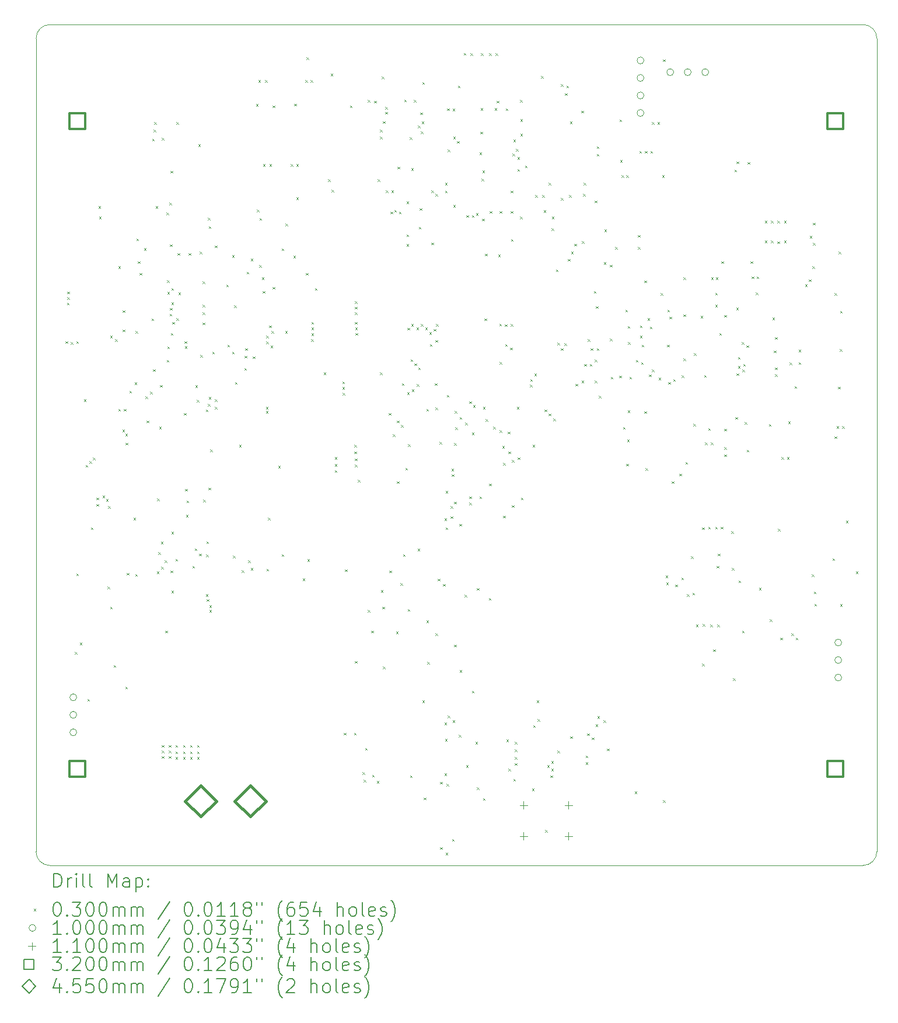
<source format=gbr>
%TF.GenerationSoftware,KiCad,Pcbnew,8.0.7*%
%TF.CreationDate,2025-01-21T13:47:47+01:00*%
%TF.ProjectId,motordriver,6d6f746f-7264-4726-9976-65722e6b6963,rev?*%
%TF.SameCoordinates,Original*%
%TF.FileFunction,Drillmap*%
%TF.FilePolarity,Positive*%
%FSLAX45Y45*%
G04 Gerber Fmt 4.5, Leading zero omitted, Abs format (unit mm)*
G04 Created by KiCad (PCBNEW 8.0.7) date 2025-01-21 13:47:47*
%MOMM*%
%LPD*%
G01*
G04 APERTURE LIST*
%ADD10C,0.050000*%
%ADD11C,0.200000*%
%ADD12C,0.100000*%
%ADD13C,0.110000*%
%ADD14C,0.320000*%
%ADD15C,0.455000*%
G04 APERTURE END LIST*
D10*
X21502750Y-3100000D02*
X21502750Y-14900000D01*
X9502750Y-2900000D02*
X21302750Y-2900000D01*
X21302750Y-2900000D02*
G75*
G02*
X21502750Y-3100000I0J-200000D01*
G01*
X9302750Y-3100000D02*
G75*
G02*
X9502750Y-2900000I200000J0D01*
G01*
X9502750Y-15100000D02*
G75*
G02*
X9302750Y-14900000I0J200000D01*
G01*
X9302750Y-14900000D02*
X9302750Y-3100000D01*
X21302750Y-15100000D02*
X9502750Y-15100000D01*
X21502750Y-14900000D02*
G75*
G02*
X21302750Y-15100000I-200000J0D01*
G01*
D11*
D12*
X9727750Y-7495000D02*
X9757750Y-7525000D01*
X9757750Y-7495000D02*
X9727750Y-7525000D01*
X9750005Y-6935556D02*
X9780005Y-6965556D01*
X9780005Y-6935556D02*
X9750005Y-6965556D01*
X9755870Y-6854727D02*
X9785870Y-6884727D01*
X9785870Y-6854727D02*
X9755870Y-6884727D01*
X9756328Y-6772991D02*
X9786328Y-6802991D01*
X9786328Y-6772991D02*
X9756328Y-6802991D01*
X9808125Y-7505047D02*
X9838125Y-7535047D01*
X9838125Y-7505047D02*
X9808125Y-7535047D01*
X9867750Y-12005000D02*
X9897750Y-12035000D01*
X9897750Y-12005000D02*
X9867750Y-12035000D01*
X9887750Y-10865000D02*
X9917750Y-10895000D01*
X9917750Y-10865000D02*
X9887750Y-10895000D01*
X9888488Y-7494907D02*
X9918488Y-7524907D01*
X9918488Y-7494907D02*
X9888488Y-7524907D01*
X9937750Y-11865000D02*
X9967750Y-11895000D01*
X9967750Y-11865000D02*
X9937750Y-11895000D01*
X9997750Y-8335000D02*
X10027750Y-8365000D01*
X10027750Y-8335000D02*
X9997750Y-8365000D01*
X10020250Y-9287500D02*
X10050250Y-9317500D01*
X10050250Y-9287500D02*
X10020250Y-9317500D01*
X10047750Y-12685000D02*
X10077750Y-12715000D01*
X10077750Y-12685000D02*
X10047750Y-12715000D01*
X10075250Y-9232500D02*
X10105250Y-9262500D01*
X10105250Y-9232500D02*
X10075250Y-9262500D01*
X10097750Y-10195000D02*
X10127750Y-10225000D01*
X10127750Y-10195000D02*
X10097750Y-10225000D01*
X10126975Y-9184008D02*
X10156975Y-9214008D01*
X10156975Y-9184008D02*
X10126975Y-9214008D01*
X10177750Y-9765000D02*
X10207750Y-9795000D01*
X10207750Y-9765000D02*
X10177750Y-9795000D01*
X10177750Y-9855000D02*
X10207750Y-9885000D01*
X10207750Y-9855000D02*
X10177750Y-9885000D01*
X10207750Y-5535000D02*
X10237750Y-5565000D01*
X10237750Y-5535000D02*
X10207750Y-5565000D01*
X10217750Y-5685000D02*
X10247750Y-5715000D01*
X10247750Y-5685000D02*
X10217750Y-5715000D01*
X10267750Y-9735000D02*
X10297750Y-9765000D01*
X10297750Y-9735000D02*
X10267750Y-9765000D01*
X10317750Y-9785000D02*
X10347750Y-9815000D01*
X10347750Y-9785000D02*
X10317750Y-9815000D01*
X10337750Y-11055000D02*
X10367750Y-11085000D01*
X10367750Y-11055000D02*
X10337750Y-11085000D01*
X10347750Y-9885000D02*
X10377750Y-9915000D01*
X10377750Y-9885000D02*
X10347750Y-9915000D01*
X10377750Y-7415000D02*
X10407750Y-7445000D01*
X10407750Y-7415000D02*
X10377750Y-7445000D01*
X10377750Y-11345000D02*
X10407750Y-11375000D01*
X10407750Y-11345000D02*
X10377750Y-11375000D01*
X10427750Y-12195000D02*
X10457750Y-12225000D01*
X10457750Y-12195000D02*
X10427750Y-12225000D01*
X10447750Y-7465000D02*
X10477750Y-7495000D01*
X10477750Y-7465000D02*
X10447750Y-7495000D01*
X10497750Y-6405000D02*
X10527750Y-6435000D01*
X10527750Y-6405000D02*
X10497750Y-6435000D01*
X10497750Y-8475000D02*
X10527750Y-8505000D01*
X10527750Y-8475000D02*
X10497750Y-8505000D01*
X10555210Y-8778280D02*
X10585210Y-8808280D01*
X10585210Y-8778280D02*
X10555210Y-8808280D01*
X10557750Y-7045000D02*
X10587750Y-7075000D01*
X10587750Y-7045000D02*
X10557750Y-7075000D01*
X10557750Y-7325000D02*
X10587750Y-7355000D01*
X10587750Y-7325000D02*
X10557750Y-7355000D01*
X10577750Y-8475000D02*
X10607750Y-8505000D01*
X10607750Y-8475000D02*
X10577750Y-8505000D01*
X10597750Y-8835000D02*
X10627750Y-8865000D01*
X10627750Y-8835000D02*
X10597750Y-8865000D01*
X10597750Y-12505000D02*
X10627750Y-12535000D01*
X10627750Y-12505000D02*
X10597750Y-12535000D01*
X10600000Y-8967250D02*
X10630000Y-8997250D01*
X10630000Y-8967250D02*
X10600000Y-8997250D01*
X10617750Y-10854500D02*
X10647750Y-10884500D01*
X10647750Y-10854500D02*
X10617750Y-10884500D01*
X10657750Y-8215000D02*
X10687750Y-8245000D01*
X10687750Y-8215000D02*
X10657750Y-8245000D01*
X10717750Y-10055000D02*
X10747750Y-10085000D01*
X10747750Y-10055000D02*
X10717750Y-10085000D01*
X10733000Y-8092500D02*
X10763000Y-8122500D01*
X10763000Y-8092500D02*
X10733000Y-8122500D01*
X10742994Y-10871450D02*
X10772994Y-10901450D01*
X10772994Y-10871450D02*
X10742994Y-10901450D01*
X10746150Y-7345000D02*
X10776150Y-7375000D01*
X10776150Y-7345000D02*
X10746150Y-7375000D01*
X10757750Y-6005000D02*
X10787750Y-6035000D01*
X10787750Y-6005000D02*
X10757750Y-6035000D01*
X10777750Y-6335000D02*
X10807750Y-6365000D01*
X10807750Y-6335000D02*
X10777750Y-6365000D01*
X10804270Y-6504092D02*
X10834270Y-6534092D01*
X10834270Y-6504092D02*
X10804270Y-6534092D01*
X10867750Y-6145000D02*
X10897750Y-6175000D01*
X10897750Y-6145000D02*
X10867750Y-6175000D01*
X10887750Y-8295000D02*
X10917750Y-8325000D01*
X10917750Y-8295000D02*
X10887750Y-8325000D01*
X10905927Y-8647000D02*
X10935927Y-8677000D01*
X10935927Y-8647000D02*
X10905927Y-8677000D01*
X10957750Y-8225000D02*
X10987750Y-8255000D01*
X10987750Y-8225000D02*
X10957750Y-8255000D01*
X10977750Y-7165000D02*
X11007750Y-7195000D01*
X11007750Y-7165000D02*
X10977750Y-7195000D01*
X10987750Y-4555000D02*
X11017750Y-4585000D01*
X11017750Y-4555000D02*
X10987750Y-4585000D01*
X10997750Y-7902250D02*
X11027750Y-7932250D01*
X11027750Y-7902250D02*
X10997750Y-7932250D01*
X11007750Y-4425000D02*
X11037750Y-4455000D01*
X11037750Y-4425000D02*
X11007750Y-4455000D01*
X11017750Y-4315000D02*
X11047750Y-4345000D01*
X11047750Y-4315000D02*
X11017750Y-4345000D01*
X11037750Y-5532000D02*
X11067750Y-5562000D01*
X11067750Y-5532000D02*
X11037750Y-5562000D01*
X11054513Y-10834088D02*
X11084513Y-10864088D01*
X11084513Y-10834088D02*
X11054513Y-10864088D01*
X11057750Y-9775000D02*
X11087750Y-9805000D01*
X11087750Y-9775000D02*
X11057750Y-9805000D01*
X11077700Y-10554950D02*
X11107700Y-10584950D01*
X11107700Y-10554950D02*
X11077700Y-10584950D01*
X11087750Y-8735000D02*
X11117750Y-8765000D01*
X11117750Y-8735000D02*
X11087750Y-8765000D01*
X11101653Y-8128903D02*
X11131653Y-8158903D01*
X11131653Y-8128903D02*
X11101653Y-8158903D01*
X11113826Y-10403138D02*
X11143826Y-10433138D01*
X11143826Y-10403138D02*
X11113826Y-10433138D01*
X11117750Y-10765000D02*
X11147750Y-10795000D01*
X11147750Y-10765000D02*
X11117750Y-10795000D01*
X11127750Y-4545000D02*
X11157750Y-4575000D01*
X11157750Y-4545000D02*
X11127750Y-4575000D01*
X11127750Y-13355000D02*
X11157750Y-13385000D01*
X11157750Y-13355000D02*
X11127750Y-13385000D01*
X11127750Y-13435000D02*
X11157750Y-13465000D01*
X11157750Y-13435000D02*
X11127750Y-13465000D01*
X11127750Y-13515000D02*
X11157750Y-13545000D01*
X11157750Y-13515000D02*
X11127750Y-13545000D01*
X11167750Y-10675000D02*
X11197750Y-10705000D01*
X11197750Y-10675000D02*
X11167750Y-10705000D01*
X11177750Y-11695000D02*
X11207750Y-11725000D01*
X11207750Y-11695000D02*
X11177750Y-11725000D01*
X11193660Y-5626750D02*
X11223660Y-5656750D01*
X11223660Y-5626750D02*
X11193660Y-5656750D01*
X11197750Y-7765000D02*
X11227750Y-7795000D01*
X11227750Y-7765000D02*
X11197750Y-7795000D01*
X11203847Y-6611097D02*
X11233847Y-6641097D01*
X11233847Y-6611097D02*
X11203847Y-6641097D01*
X11206740Y-6778280D02*
X11236740Y-6808280D01*
X11236740Y-6778280D02*
X11206740Y-6808280D01*
X11207750Y-7570500D02*
X11237750Y-7600500D01*
X11237750Y-7570500D02*
X11207750Y-7600500D01*
X11227750Y-13355000D02*
X11257750Y-13385000D01*
X11257750Y-13355000D02*
X11227750Y-13385000D01*
X11227750Y-13435000D02*
X11257750Y-13465000D01*
X11257750Y-13435000D02*
X11227750Y-13465000D01*
X11227750Y-13515000D02*
X11257750Y-13545000D01*
X11257750Y-13515000D02*
X11227750Y-13545000D01*
X11237750Y-5485000D02*
X11267750Y-5515000D01*
X11267750Y-5485000D02*
X11237750Y-5515000D01*
X11241818Y-7094540D02*
X11271818Y-7124540D01*
X11271818Y-7094540D02*
X11241818Y-7124540D01*
X11246055Y-7009869D02*
X11276055Y-7039869D01*
X11276055Y-7009869D02*
X11246055Y-7039869D01*
X11247750Y-6086880D02*
X11277750Y-6116880D01*
X11277750Y-6086880D02*
X11247750Y-6116880D01*
X11251850Y-5022606D02*
X11281850Y-5052606D01*
X11281850Y-5022606D02*
X11251850Y-5052606D01*
X11251850Y-10822910D02*
X11281850Y-10852910D01*
X11281850Y-10822910D02*
X11251850Y-10852910D01*
X11257750Y-7375000D02*
X11287750Y-7405000D01*
X11287750Y-7375000D02*
X11257750Y-7405000D01*
X11267750Y-6929760D02*
X11297750Y-6959760D01*
X11297750Y-6929760D02*
X11267750Y-6959760D01*
X11267750Y-6725000D02*
X11297750Y-6755000D01*
X11297750Y-6725000D02*
X11267750Y-6755000D01*
X11267750Y-11115000D02*
X11297750Y-11145000D01*
X11297750Y-11115000D02*
X11267750Y-11145000D01*
X11268410Y-10257601D02*
X11298410Y-10287601D01*
X11298410Y-10257601D02*
X11268410Y-10287601D01*
X11277750Y-7215000D02*
X11307750Y-7245000D01*
X11307750Y-7215000D02*
X11277750Y-7245000D01*
X11327750Y-10650500D02*
X11357750Y-10680500D01*
X11357750Y-10650500D02*
X11327750Y-10680500D01*
X11327750Y-13355000D02*
X11357750Y-13385000D01*
X11357750Y-13355000D02*
X11327750Y-13385000D01*
X11327750Y-13445000D02*
X11357750Y-13475000D01*
X11357750Y-13445000D02*
X11327750Y-13475000D01*
X11327750Y-13525000D02*
X11357750Y-13555000D01*
X11357750Y-13525000D02*
X11327750Y-13555000D01*
X11337750Y-4315000D02*
X11367750Y-4345000D01*
X11367750Y-4315000D02*
X11337750Y-4345000D01*
X11338884Y-7161862D02*
X11368884Y-7191862D01*
X11368884Y-7161862D02*
X11338884Y-7191862D01*
X11357750Y-6215000D02*
X11387750Y-6245000D01*
X11387750Y-6215000D02*
X11357750Y-6245000D01*
X11369862Y-6787057D02*
X11399862Y-6817057D01*
X11399862Y-6787057D02*
X11369862Y-6817057D01*
X11437750Y-13355000D02*
X11467750Y-13385000D01*
X11467750Y-13355000D02*
X11437750Y-13385000D01*
X11437750Y-13445000D02*
X11467750Y-13475000D01*
X11467750Y-13445000D02*
X11437750Y-13475000D01*
X11437750Y-13525000D02*
X11467750Y-13555000D01*
X11467750Y-13525000D02*
X11437750Y-13555000D01*
X11447750Y-8535000D02*
X11477750Y-8565000D01*
X11477750Y-8535000D02*
X11447750Y-8565000D01*
X11457750Y-7495000D02*
X11487750Y-7525000D01*
X11487750Y-7495000D02*
X11457750Y-7525000D01*
X11459630Y-7565850D02*
X11489630Y-7595850D01*
X11489630Y-7565850D02*
X11459630Y-7595850D01*
X11467750Y-9635000D02*
X11497750Y-9665000D01*
X11497750Y-9635000D02*
X11467750Y-9665000D01*
X11477750Y-10015000D02*
X11507750Y-10045000D01*
X11507750Y-10015000D02*
X11477750Y-10045000D01*
X11487750Y-9805000D02*
X11517750Y-9835000D01*
X11517750Y-9805000D02*
X11487750Y-9835000D01*
X11516660Y-6215000D02*
X11546660Y-6245000D01*
X11546660Y-6215000D02*
X11516660Y-6245000D01*
X11537750Y-13355000D02*
X11567750Y-13385000D01*
X11567750Y-13355000D02*
X11537750Y-13385000D01*
X11537750Y-13445000D02*
X11567750Y-13475000D01*
X11567750Y-13445000D02*
X11537750Y-13475000D01*
X11537750Y-13525000D02*
X11567750Y-13555000D01*
X11567750Y-13525000D02*
X11537750Y-13555000D01*
X11571744Y-10753600D02*
X11601744Y-10783600D01*
X11601744Y-10753600D02*
X11571744Y-10783600D01*
X11605701Y-10500490D02*
X11635701Y-10530490D01*
X11635701Y-10500490D02*
X11605701Y-10530490D01*
X11614303Y-8133270D02*
X11644303Y-8163270D01*
X11644303Y-8133270D02*
X11614303Y-8163270D01*
X11632750Y-8346000D02*
X11662750Y-8376000D01*
X11662750Y-8346000D02*
X11632750Y-8376000D01*
X11637750Y-13355000D02*
X11667750Y-13385000D01*
X11667750Y-13355000D02*
X11637750Y-13385000D01*
X11637750Y-13445000D02*
X11667750Y-13475000D01*
X11667750Y-13445000D02*
X11637750Y-13475000D01*
X11637750Y-13525000D02*
X11667750Y-13555000D01*
X11667750Y-13525000D02*
X11637750Y-13555000D01*
X11657750Y-4635000D02*
X11687750Y-4665000D01*
X11687750Y-4635000D02*
X11657750Y-4665000D01*
X11667750Y-10576390D02*
X11697750Y-10606390D01*
X11697750Y-10576390D02*
X11667750Y-10606390D01*
X11677750Y-6195000D02*
X11707750Y-6225000D01*
X11707750Y-6195000D02*
X11677750Y-6225000D01*
X11687750Y-7695000D02*
X11717750Y-7725000D01*
X11717750Y-7695000D02*
X11687750Y-7725000D01*
X11717750Y-6625000D02*
X11747750Y-6655000D01*
X11747750Y-6625000D02*
X11717750Y-6655000D01*
X11717750Y-6965000D02*
X11747750Y-6995000D01*
X11747750Y-6965000D02*
X11717750Y-6995000D01*
X11717750Y-7075000D02*
X11747750Y-7105000D01*
X11747750Y-7075000D02*
X11717750Y-7105000D01*
X11717750Y-7225000D02*
X11747750Y-7255000D01*
X11747750Y-7225000D02*
X11717750Y-7255000D01*
X11727750Y-9795000D02*
X11757750Y-9825000D01*
X11757750Y-9795000D02*
X11727750Y-9825000D01*
X11767750Y-8485000D02*
X11797750Y-8515000D01*
X11797750Y-8485000D02*
X11767750Y-8515000D01*
X11767750Y-11165000D02*
X11797750Y-11195000D01*
X11797750Y-11165000D02*
X11767750Y-11195000D01*
X11771708Y-10588074D02*
X11801708Y-10618074D01*
X11801708Y-10588074D02*
X11771708Y-10618074D01*
X11773040Y-10398041D02*
X11803040Y-10428041D01*
X11803040Y-10398041D02*
X11773040Y-10428041D01*
X11777750Y-11235000D02*
X11807750Y-11265000D01*
X11807750Y-11235000D02*
X11777750Y-11265000D01*
X11797750Y-5703120D02*
X11827750Y-5733120D01*
X11827750Y-5703120D02*
X11797750Y-5733120D01*
X11797750Y-8405000D02*
X11827750Y-8435000D01*
X11827750Y-8405000D02*
X11797750Y-8435000D01*
X11803309Y-9620559D02*
X11833309Y-9650559D01*
X11833309Y-9620559D02*
X11803309Y-9650559D01*
X11807750Y-5825000D02*
X11837750Y-5855000D01*
X11837750Y-5825000D02*
X11807750Y-5855000D01*
X11807750Y-8305000D02*
X11837750Y-8335000D01*
X11837750Y-8305000D02*
X11807750Y-8335000D01*
X11817750Y-11325000D02*
X11847750Y-11355000D01*
X11847750Y-11325000D02*
X11817750Y-11355000D01*
X11817750Y-11395000D02*
X11847750Y-11425000D01*
X11847750Y-11395000D02*
X11817750Y-11425000D01*
X11827750Y-9065000D02*
X11857750Y-9095000D01*
X11857750Y-9065000D02*
X11827750Y-9095000D01*
X11857750Y-7645000D02*
X11887750Y-7675000D01*
X11887750Y-7645000D02*
X11857750Y-7675000D01*
X11897250Y-8335000D02*
X11927250Y-8365000D01*
X11927250Y-8335000D02*
X11897250Y-8365000D01*
X11897250Y-8447650D02*
X11927250Y-8477650D01*
X11927250Y-8447650D02*
X11897250Y-8477650D01*
X11897750Y-6105000D02*
X11927750Y-6135000D01*
X11927750Y-6105000D02*
X11897750Y-6135000D01*
X12063847Y-6671097D02*
X12093847Y-6701097D01*
X12093847Y-6671097D02*
X12063847Y-6701097D01*
X12077750Y-7545000D02*
X12107750Y-7575000D01*
X12107750Y-7545000D02*
X12077750Y-7575000D01*
X12147750Y-6245000D02*
X12177750Y-6275000D01*
X12177750Y-6245000D02*
X12147750Y-6275000D01*
X12147750Y-7645000D02*
X12177750Y-7675000D01*
X12177750Y-7645000D02*
X12147750Y-7675000D01*
X12157750Y-10605000D02*
X12187750Y-10635000D01*
X12187750Y-10605000D02*
X12157750Y-10635000D01*
X12177750Y-6975000D02*
X12207750Y-7005000D01*
X12207750Y-6975000D02*
X12177750Y-7005000D01*
X12187750Y-8085000D02*
X12217750Y-8115000D01*
X12217750Y-8085000D02*
X12187750Y-8115000D01*
X12247750Y-8999100D02*
X12277750Y-9029100D01*
X12277750Y-8999100D02*
X12247750Y-9029100D01*
X12289201Y-10815500D02*
X12319201Y-10845500D01*
X12319201Y-10815500D02*
X12289201Y-10845500D01*
X12325870Y-7882916D02*
X12355870Y-7912916D01*
X12355870Y-7882916D02*
X12325870Y-7912916D01*
X12327750Y-7705000D02*
X12357750Y-7735000D01*
X12357750Y-7705000D02*
X12327750Y-7735000D01*
X12337750Y-7595000D02*
X12367750Y-7625000D01*
X12367750Y-7595000D02*
X12337750Y-7625000D01*
X12357750Y-6485000D02*
X12387750Y-6515000D01*
X12387750Y-6485000D02*
X12357750Y-6515000D01*
X12382090Y-10675000D02*
X12412090Y-10705000D01*
X12412090Y-10675000D02*
X12382090Y-10705000D01*
X12417750Y-6295000D02*
X12447750Y-6325000D01*
X12447750Y-6295000D02*
X12417750Y-6325000D01*
X12417750Y-10785000D02*
X12447750Y-10815000D01*
X12447750Y-10785000D02*
X12417750Y-10815000D01*
X12447750Y-7715000D02*
X12477750Y-7745000D01*
X12477750Y-7715000D02*
X12447750Y-7745000D01*
X12494081Y-4051331D02*
X12524081Y-4081331D01*
X12524081Y-4051331D02*
X12494081Y-4081331D01*
X12507750Y-5585000D02*
X12537750Y-5615000D01*
X12537750Y-5585000D02*
X12507750Y-5615000D01*
X12527750Y-3706880D02*
X12557750Y-3736880D01*
X12557750Y-3706880D02*
X12527750Y-3736880D01*
X12541455Y-6388705D02*
X12571455Y-6418705D01*
X12571455Y-6388705D02*
X12541455Y-6418705D01*
X12546653Y-5706097D02*
X12576653Y-5736097D01*
X12576653Y-5706097D02*
X12546653Y-5736097D01*
X12577750Y-6565000D02*
X12607750Y-6595000D01*
X12607750Y-6565000D02*
X12577750Y-6595000D01*
X12589857Y-6767107D02*
X12619857Y-6797107D01*
X12619857Y-6767107D02*
X12589857Y-6797107D01*
X12597750Y-4925000D02*
X12627750Y-4955000D01*
X12627750Y-4925000D02*
X12597750Y-4955000D01*
X12627750Y-3706880D02*
X12657750Y-3736880D01*
X12657750Y-3706880D02*
X12627750Y-3736880D01*
X12638250Y-8445000D02*
X12668250Y-8475000D01*
X12668250Y-8445000D02*
X12638250Y-8475000D01*
X12638250Y-8505000D02*
X12668250Y-8535000D01*
X12668250Y-8505000D02*
X12638250Y-8535000D01*
X12640873Y-7415686D02*
X12670873Y-7445686D01*
X12670873Y-7415686D02*
X12640873Y-7445686D01*
X12640873Y-7497880D02*
X12670873Y-7527880D01*
X12670873Y-7497880D02*
X12640873Y-7527880D01*
X12647750Y-10795000D02*
X12677750Y-10825000D01*
X12677750Y-10795000D02*
X12647750Y-10825000D01*
X12669750Y-10055000D02*
X12699750Y-10085000D01*
X12699750Y-10055000D02*
X12669750Y-10085000D01*
X12682870Y-7265620D02*
X12712870Y-7295620D01*
X12712870Y-7265620D02*
X12682870Y-7295620D01*
X12687750Y-4925000D02*
X12717750Y-4955000D01*
X12717750Y-4925000D02*
X12687750Y-4955000D01*
X12707750Y-7556000D02*
X12737750Y-7586000D01*
X12737750Y-7556000D02*
X12707750Y-7586000D01*
X12717750Y-7345000D02*
X12747750Y-7375000D01*
X12747750Y-7345000D02*
X12717750Y-7375000D01*
X12737750Y-4075000D02*
X12767750Y-4105000D01*
X12767750Y-4075000D02*
X12737750Y-4105000D01*
X12737750Y-6705000D02*
X12767750Y-6735000D01*
X12767750Y-6705000D02*
X12737750Y-6735000D01*
X12817750Y-9303120D02*
X12847750Y-9333120D01*
X12847750Y-9303120D02*
X12817750Y-9333120D01*
X12865479Y-6149500D02*
X12895479Y-6179500D01*
X12895479Y-6149500D02*
X12865479Y-6179500D01*
X12867750Y-10585000D02*
X12897750Y-10615000D01*
X12897750Y-10585000D02*
X12867750Y-10615000D01*
X12917750Y-7345000D02*
X12947750Y-7375000D01*
X12947750Y-7345000D02*
X12917750Y-7375000D01*
X12922831Y-5789919D02*
X12952831Y-5819919D01*
X12952831Y-5789919D02*
X12922831Y-5819919D01*
X12997750Y-4925000D02*
X13027750Y-4955000D01*
X13027750Y-4925000D02*
X12997750Y-4955000D01*
X13037750Y-6255000D02*
X13067750Y-6285000D01*
X13067750Y-6255000D02*
X13037750Y-6285000D01*
X13047750Y-4047000D02*
X13077750Y-4077000D01*
X13077750Y-4047000D02*
X13047750Y-4077000D01*
X13077750Y-4925000D02*
X13107750Y-4955000D01*
X13107750Y-4925000D02*
X13077750Y-4955000D01*
X13077750Y-5405000D02*
X13107750Y-5435000D01*
X13107750Y-5405000D02*
X13077750Y-5435000D01*
X13172250Y-10935000D02*
X13202250Y-10965000D01*
X13202250Y-10935000D02*
X13172250Y-10965000D01*
X13207750Y-3706880D02*
X13237750Y-3736880D01*
X13237750Y-3706880D02*
X13207750Y-3736880D01*
X13217750Y-6505000D02*
X13247750Y-6535000D01*
X13247750Y-6505000D02*
X13217750Y-6535000D01*
X13227750Y-3375000D02*
X13257750Y-3405000D01*
X13257750Y-3375000D02*
X13227750Y-3405000D01*
X13237750Y-10655000D02*
X13267750Y-10685000D01*
X13267750Y-10655000D02*
X13237750Y-10685000D01*
X13287750Y-3706880D02*
X13317750Y-3736880D01*
X13317750Y-3706880D02*
X13287750Y-3736880D01*
X13295837Y-7463496D02*
X13325837Y-7493496D01*
X13325837Y-7463496D02*
X13295837Y-7493496D01*
X13297750Y-7215000D02*
X13327750Y-7245000D01*
X13327750Y-7215000D02*
X13297750Y-7245000D01*
X13298347Y-7296597D02*
X13328347Y-7326597D01*
X13328347Y-7296597D02*
X13298347Y-7326597D01*
X13298353Y-7378785D02*
X13328353Y-7408785D01*
X13328353Y-7378785D02*
X13298353Y-7408785D01*
X13347750Y-6725000D02*
X13377750Y-6755000D01*
X13377750Y-6725000D02*
X13347750Y-6755000D01*
X13477750Y-7945000D02*
X13507750Y-7975000D01*
X13507750Y-7945000D02*
X13477750Y-7975000D01*
X13537750Y-5145000D02*
X13567750Y-5175000D01*
X13567750Y-5145000D02*
X13537750Y-5175000D01*
X13577750Y-3613400D02*
X13607750Y-3643400D01*
X13607750Y-3613400D02*
X13577750Y-3643400D01*
X13589630Y-5295000D02*
X13619630Y-5325000D01*
X13619630Y-5295000D02*
X13589630Y-5325000D01*
X13637750Y-9175000D02*
X13667750Y-9205000D01*
X13667750Y-9175000D02*
X13637750Y-9205000D01*
X13637750Y-9275000D02*
X13667750Y-9305000D01*
X13667750Y-9275000D02*
X13637750Y-9305000D01*
X13637750Y-9365000D02*
X13667750Y-9395000D01*
X13667750Y-9365000D02*
X13637750Y-9395000D01*
X13747750Y-8160499D02*
X13777750Y-8190499D01*
X13777750Y-8160499D02*
X13747750Y-8190499D01*
X13749038Y-8079509D02*
X13779038Y-8109509D01*
X13779038Y-8079509D02*
X13749038Y-8109509D01*
X13749660Y-8241500D02*
X13779660Y-8271500D01*
X13779660Y-8241500D02*
X13749660Y-8271500D01*
X13767750Y-13175000D02*
X13797750Y-13205000D01*
X13797750Y-13175000D02*
X13767750Y-13205000D01*
X13787750Y-10805000D02*
X13817750Y-10835000D01*
X13817750Y-10805000D02*
X13787750Y-10835000D01*
X13857750Y-4075000D02*
X13887750Y-4105000D01*
X13887750Y-4075000D02*
X13857750Y-4105000D01*
X13918250Y-13175000D02*
X13948250Y-13205000D01*
X13948250Y-13175000D02*
X13918250Y-13205000D01*
X13919630Y-8995000D02*
X13949630Y-9025000D01*
X13949630Y-8995000D02*
X13919630Y-9025000D01*
X13920088Y-9095167D02*
X13950088Y-9125167D01*
X13950088Y-9095167D02*
X13920088Y-9125167D01*
X13927489Y-9195000D02*
X13957489Y-9225000D01*
X13957489Y-9195000D02*
X13927489Y-9225000D01*
X13927646Y-6994120D02*
X13957646Y-7024120D01*
X13957646Y-6994120D02*
X13927646Y-7024120D01*
X13927750Y-6913120D02*
X13957750Y-6943120D01*
X13957750Y-6913120D02*
X13927750Y-6943120D01*
X13927750Y-9285000D02*
X13957750Y-9315000D01*
X13957750Y-9285000D02*
X13927750Y-9315000D01*
X13927750Y-12135000D02*
X13957750Y-12165000D01*
X13957750Y-12135000D02*
X13927750Y-12165000D01*
X13927852Y-7075120D02*
X13957852Y-7105120D01*
X13957852Y-7075120D02*
X13927852Y-7105120D01*
X13929335Y-7213120D02*
X13959335Y-7243120D01*
X13959335Y-7213120D02*
X13929335Y-7243120D01*
X13933990Y-7293986D02*
X13963990Y-7323986D01*
X13963990Y-7293986D02*
X13933990Y-7323986D01*
X13938273Y-7374873D02*
X13968273Y-7404873D01*
X13968273Y-7374873D02*
X13938273Y-7404873D01*
X13971150Y-9504500D02*
X14001150Y-9534500D01*
X14001150Y-9504500D02*
X13971150Y-9534500D01*
X14037750Y-13745000D02*
X14067750Y-13775000D01*
X14067750Y-13745000D02*
X14037750Y-13775000D01*
X14057750Y-13855000D02*
X14087750Y-13885000D01*
X14087750Y-13855000D02*
X14057750Y-13885000D01*
X14077750Y-13395000D02*
X14107750Y-13425000D01*
X14107750Y-13395000D02*
X14077750Y-13425000D01*
X14117750Y-3995000D02*
X14147750Y-4025000D01*
X14147750Y-3995000D02*
X14117750Y-4025000D01*
X14117750Y-11395000D02*
X14147750Y-11425000D01*
X14147750Y-11395000D02*
X14117750Y-11425000D01*
X14167750Y-11695000D02*
X14197750Y-11725000D01*
X14197750Y-11695000D02*
X14167750Y-11725000D01*
X14177750Y-13785000D02*
X14207750Y-13815000D01*
X14207750Y-13785000D02*
X14177750Y-13815000D01*
X14207750Y-4007000D02*
X14237750Y-4037000D01*
X14237750Y-4007000D02*
X14207750Y-4037000D01*
X14247750Y-13875000D02*
X14277750Y-13905000D01*
X14277750Y-13875000D02*
X14247750Y-13905000D01*
X14257750Y-5145000D02*
X14287750Y-5175000D01*
X14287750Y-5145000D02*
X14257750Y-5175000D01*
X14293650Y-4425000D02*
X14323650Y-4455000D01*
X14323650Y-4425000D02*
X14293650Y-4455000D01*
X14293650Y-4527878D02*
X14323650Y-4557878D01*
X14323650Y-4527878D02*
X14293650Y-4557878D01*
X14294150Y-7946405D02*
X14324150Y-7976405D01*
X14324150Y-7946405D02*
X14294150Y-7976405D01*
X14307750Y-11105000D02*
X14337750Y-11135000D01*
X14337750Y-11105000D02*
X14307750Y-11135000D01*
X14316778Y-3653120D02*
X14346778Y-3683120D01*
X14346778Y-3653120D02*
X14316778Y-3683120D01*
X14329000Y-11346250D02*
X14359000Y-11376250D01*
X14359000Y-11346250D02*
X14329000Y-11376250D01*
X14335750Y-4300706D02*
X14365750Y-4330706D01*
X14365750Y-4300706D02*
X14335750Y-4330706D01*
X14337750Y-12215000D02*
X14367750Y-12245000D01*
X14367750Y-12215000D02*
X14337750Y-12245000D01*
X14367750Y-4095000D02*
X14397750Y-4125000D01*
X14397750Y-4095000D02*
X14367750Y-4125000D01*
X14367750Y-4165000D02*
X14397750Y-4195000D01*
X14397750Y-4165000D02*
X14367750Y-4195000D01*
X14377750Y-5305000D02*
X14407750Y-5335000D01*
X14407750Y-5305000D02*
X14377750Y-5335000D01*
X14422670Y-8535000D02*
X14452670Y-8565000D01*
X14452670Y-8535000D02*
X14422670Y-8565000D01*
X14427750Y-10821840D02*
X14457750Y-10851840D01*
X14457750Y-10821840D02*
X14427750Y-10851840D01*
X14447750Y-5615000D02*
X14477750Y-5645000D01*
X14477750Y-5615000D02*
X14447750Y-5645000D01*
X14457750Y-5305000D02*
X14487750Y-5335000D01*
X14487750Y-5305000D02*
X14457750Y-5335000D01*
X14477750Y-8845000D02*
X14507750Y-8875000D01*
X14507750Y-8845000D02*
X14477750Y-8875000D01*
X14502012Y-5588442D02*
X14532012Y-5618442D01*
X14532012Y-5588442D02*
X14502012Y-5618442D01*
X14527750Y-11705000D02*
X14557750Y-11735000D01*
X14557750Y-11705000D02*
X14527750Y-11735000D01*
X14537750Y-8645000D02*
X14567750Y-8675000D01*
X14567750Y-8645000D02*
X14537750Y-8675000D01*
X14537750Y-9525000D02*
X14567750Y-9555000D01*
X14567750Y-9525000D02*
X14537750Y-9555000D01*
X14547750Y-4964340D02*
X14577750Y-4994340D01*
X14577750Y-4964340D02*
X14547750Y-4994340D01*
X14567750Y-5615000D02*
X14597750Y-5645000D01*
X14597750Y-5615000D02*
X14567750Y-5645000D01*
X14587750Y-11002000D02*
X14617750Y-11032000D01*
X14617750Y-11002000D02*
X14587750Y-11032000D01*
X14596653Y-8709960D02*
X14626653Y-8739960D01*
X14626653Y-8709960D02*
X14596653Y-8739960D01*
X14609551Y-8105393D02*
X14639551Y-8135393D01*
X14639551Y-8105393D02*
X14609551Y-8135393D01*
X14627750Y-10586000D02*
X14657750Y-10616000D01*
X14657750Y-10586000D02*
X14627750Y-10616000D01*
X14644148Y-3987134D02*
X14674148Y-4017134D01*
X14674148Y-3987134D02*
X14644148Y-4017134D01*
X14660085Y-9331879D02*
X14690085Y-9361879D01*
X14690085Y-9331879D02*
X14660085Y-9361879D01*
X14678250Y-5465000D02*
X14708250Y-5495000D01*
X14708250Y-5465000D02*
X14678250Y-5495000D01*
X14679250Y-5945000D02*
X14709250Y-5975000D01*
X14709250Y-5945000D02*
X14679250Y-5975000D01*
X14679250Y-6085000D02*
X14709250Y-6115000D01*
X14709250Y-6085000D02*
X14679250Y-6115000D01*
X14687750Y-8235000D02*
X14717750Y-8265000D01*
X14717750Y-8235000D02*
X14687750Y-8265000D01*
X14689250Y-7301419D02*
X14719250Y-7331419D01*
X14719250Y-7301419D02*
X14689250Y-7331419D01*
X14695250Y-11380000D02*
X14725250Y-11410000D01*
X14725250Y-11380000D02*
X14695250Y-11410000D01*
X14699830Y-8987120D02*
X14729830Y-9017120D01*
X14729830Y-8987120D02*
X14699830Y-9017120D01*
X14726653Y-4536097D02*
X14756653Y-4566097D01*
X14756653Y-4536097D02*
X14726653Y-4566097D01*
X14727750Y-13795000D02*
X14757750Y-13825000D01*
X14757750Y-13795000D02*
X14727750Y-13825000D01*
X14737750Y-7756880D02*
X14767750Y-7786880D01*
X14767750Y-7756880D02*
X14737750Y-7786880D01*
X14747370Y-7245000D02*
X14777370Y-7275000D01*
X14777370Y-7245000D02*
X14747370Y-7275000D01*
X14747750Y-4985000D02*
X14777750Y-5015000D01*
X14777750Y-4985000D02*
X14747750Y-5015000D01*
X14756305Y-8191858D02*
X14786305Y-8221858D01*
X14786305Y-8191858D02*
X14756305Y-8221858D01*
X14785870Y-3993996D02*
X14815870Y-4023996D01*
X14815870Y-3993996D02*
X14785870Y-4023996D01*
X14792165Y-7816880D02*
X14822165Y-7846880D01*
X14822165Y-7816880D02*
X14792165Y-7846880D01*
X14824004Y-7295000D02*
X14854004Y-7325000D01*
X14854004Y-7295000D02*
X14824004Y-7325000D01*
X14828847Y-8116097D02*
X14858847Y-8146097D01*
X14858847Y-8116097D02*
X14828847Y-8146097D01*
X14837750Y-10505000D02*
X14867750Y-10535000D01*
X14867750Y-10505000D02*
X14837750Y-10535000D01*
X14845483Y-4366880D02*
X14875483Y-4396880D01*
X14875483Y-4366880D02*
X14845483Y-4396880D01*
X14846580Y-7876880D02*
X14876580Y-7906880D01*
X14876580Y-7876880D02*
X14846580Y-7906880D01*
X14857750Y-5835000D02*
X14887750Y-5865000D01*
X14887750Y-5835000D02*
X14857750Y-5865000D01*
X14867750Y-5565000D02*
X14897750Y-5595000D01*
X14897750Y-5565000D02*
X14867750Y-5595000D01*
X14877750Y-4175000D02*
X14907750Y-4205000D01*
X14907750Y-4175000D02*
X14877750Y-4205000D01*
X14885794Y-4449880D02*
X14915794Y-4479880D01*
X14915794Y-4449880D02*
X14885794Y-4479880D01*
X14887750Y-7245000D02*
X14917750Y-7275000D01*
X14917750Y-7245000D02*
X14887750Y-7275000D01*
X14897750Y-4305000D02*
X14927750Y-4335000D01*
X14927750Y-4305000D02*
X14897750Y-4335000D01*
X14907750Y-3735000D02*
X14937750Y-3765000D01*
X14937750Y-3735000D02*
X14907750Y-3765000D01*
X14907750Y-12705000D02*
X14937750Y-12735000D01*
X14937750Y-12705000D02*
X14907750Y-12735000D01*
X14927750Y-14115000D02*
X14957750Y-14145000D01*
X14957750Y-14115000D02*
X14927750Y-14145000D01*
X14949630Y-7297267D02*
X14979630Y-7327267D01*
X14979630Y-7297267D02*
X14949630Y-7327267D01*
X14965393Y-8476880D02*
X14995393Y-8506880D01*
X14995393Y-8476880D02*
X14965393Y-8506880D01*
X14967750Y-11545000D02*
X14997750Y-11575000D01*
X14997750Y-11545000D02*
X14967750Y-11575000D01*
X14977750Y-12145000D02*
X15007750Y-12175000D01*
X15007750Y-12145000D02*
X14977750Y-12175000D01*
X15007750Y-7365000D02*
X15037750Y-7395000D01*
X15037750Y-7365000D02*
X15007750Y-7395000D01*
X15017750Y-7536880D02*
X15047750Y-7566880D01*
X15047750Y-7536880D02*
X15017750Y-7566880D01*
X15036750Y-5305979D02*
X15066750Y-5335979D01*
X15066750Y-5305979D02*
X15036750Y-5335979D01*
X15037750Y-6065000D02*
X15067750Y-6095000D01*
X15067750Y-6065000D02*
X15037750Y-6095000D01*
X15072799Y-7315172D02*
X15102799Y-7345172D01*
X15102799Y-7315172D02*
X15072799Y-7345172D01*
X15087750Y-8105000D02*
X15117750Y-8135000D01*
X15117750Y-8105000D02*
X15087750Y-8135000D01*
X15097750Y-7476880D02*
X15127750Y-7506880D01*
X15127750Y-7476880D02*
X15097750Y-7506880D01*
X15097750Y-8455000D02*
X15127750Y-8485000D01*
X15127750Y-8455000D02*
X15097750Y-8485000D01*
X15099120Y-11732148D02*
X15129120Y-11762148D01*
X15129120Y-11732148D02*
X15099120Y-11762148D01*
X15099889Y-5356719D02*
X15129889Y-5386719D01*
X15129889Y-5356719D02*
X15099889Y-5386719D01*
X15108250Y-7242342D02*
X15138250Y-7272342D01*
X15138250Y-7242342D02*
X15108250Y-7272342D01*
X15132750Y-10940000D02*
X15162750Y-10970000D01*
X15162750Y-10940000D02*
X15132750Y-10970000D01*
X15157750Y-8954340D02*
X15187750Y-8984340D01*
X15187750Y-8954340D02*
X15157750Y-8984340D01*
X15167750Y-13885000D02*
X15197750Y-13915000D01*
X15197750Y-13885000D02*
X15167750Y-13915000D01*
X15167750Y-14835000D02*
X15197750Y-14865000D01*
X15197750Y-14835000D02*
X15167750Y-14865000D01*
X15207750Y-11015000D02*
X15237750Y-11045000D01*
X15237750Y-11015000D02*
X15207750Y-11045000D01*
X15227750Y-10065000D02*
X15257750Y-10095000D01*
X15257750Y-10065000D02*
X15227750Y-10095000D01*
X15227750Y-13025000D02*
X15257750Y-13055000D01*
X15257750Y-13025000D02*
X15227750Y-13055000D01*
X15227750Y-13765000D02*
X15257750Y-13795000D01*
X15257750Y-13765000D02*
X15227750Y-13795000D01*
X15236130Y-5195000D02*
X15266130Y-5225000D01*
X15266130Y-5195000D02*
X15236130Y-5225000D01*
X15236130Y-5308000D02*
X15266130Y-5338000D01*
X15266130Y-5308000D02*
X15236130Y-5338000D01*
X15237750Y-13265000D02*
X15267750Y-13295000D01*
X15267750Y-13265000D02*
X15237750Y-13295000D01*
X15246930Y-9665000D02*
X15276930Y-9695000D01*
X15276930Y-9665000D02*
X15246930Y-9695000D01*
X15247750Y-10195000D02*
X15277750Y-10225000D01*
X15277750Y-10195000D02*
X15247750Y-10225000D01*
X15247750Y-14915660D02*
X15277750Y-14945660D01*
X15277750Y-14915660D02*
X15247750Y-14945660D01*
X15257750Y-13915000D02*
X15287750Y-13945000D01*
X15287750Y-13915000D02*
X15257750Y-13945000D01*
X15264857Y-8272107D02*
X15294857Y-8302107D01*
X15294857Y-8272107D02*
X15264857Y-8302107D01*
X15265870Y-4114792D02*
X15295870Y-4144792D01*
X15295870Y-4114792D02*
X15265870Y-4144792D01*
X15277750Y-4715000D02*
X15307750Y-4745000D01*
X15307750Y-4715000D02*
X15277750Y-4745000D01*
X15277750Y-12925000D02*
X15307750Y-12955000D01*
X15307750Y-12925000D02*
X15277750Y-12955000D01*
X15317750Y-9885000D02*
X15347750Y-9915000D01*
X15347750Y-9885000D02*
X15317750Y-9915000D01*
X15317750Y-10035000D02*
X15347750Y-10065000D01*
X15347750Y-10035000D02*
X15317750Y-10065000D01*
X15330255Y-9345660D02*
X15360255Y-9375660D01*
X15360255Y-9345660D02*
X15330255Y-9375660D01*
X15335323Y-9426501D02*
X15365323Y-9456501D01*
X15365323Y-9426501D02*
X15335323Y-9456501D01*
X15337750Y-14715000D02*
X15367750Y-14745000D01*
X15367750Y-14715000D02*
X15337750Y-14745000D01*
X15347180Y-4121857D02*
X15377180Y-4151857D01*
X15377180Y-4121857D02*
X15347180Y-4151857D01*
X15347750Y-12995000D02*
X15377750Y-13025000D01*
X15377750Y-12995000D02*
X15347750Y-13025000D01*
X15357750Y-4525000D02*
X15387750Y-4555000D01*
X15387750Y-4525000D02*
X15357750Y-4555000D01*
X15357750Y-5515000D02*
X15387750Y-5545000D01*
X15387750Y-5515000D02*
X15357750Y-5545000D01*
X15367750Y-11895000D02*
X15397750Y-11925000D01*
X15397750Y-11895000D02*
X15367750Y-11925000D01*
X15368250Y-8969841D02*
X15398250Y-8999841D01*
X15398250Y-8969841D02*
X15368250Y-8999841D01*
X15369250Y-9822480D02*
X15399250Y-9852480D01*
X15399250Y-9822480D02*
X15369250Y-9852480D01*
X15377750Y-8505000D02*
X15407750Y-8535000D01*
X15407750Y-8505000D02*
X15377750Y-8535000D01*
X15387750Y-8745000D02*
X15417750Y-8775000D01*
X15417750Y-8745000D02*
X15387750Y-8775000D01*
X15409150Y-4588351D02*
X15439150Y-4618351D01*
X15439150Y-4588351D02*
X15409150Y-4618351D01*
X15423552Y-3784500D02*
X15453552Y-3814500D01*
X15453552Y-3784500D02*
X15423552Y-3814500D01*
X15437750Y-13205000D02*
X15467750Y-13235000D01*
X15467750Y-13205000D02*
X15437750Y-13235000D01*
X15446590Y-10145360D02*
X15476590Y-10175360D01*
X15476590Y-10145360D02*
X15446590Y-10175360D01*
X15447750Y-8595000D02*
X15477750Y-8625000D01*
X15477750Y-8595000D02*
X15447750Y-8625000D01*
X15447750Y-12265000D02*
X15477750Y-12295000D01*
X15477750Y-12265000D02*
X15447750Y-12295000D01*
X15507750Y-3313120D02*
X15537750Y-3343120D01*
X15537750Y-3313120D02*
X15507750Y-3343120D01*
X15522250Y-11175000D02*
X15552250Y-11205000D01*
X15552250Y-11175000D02*
X15522250Y-11205000D01*
X15527750Y-8675000D02*
X15557750Y-8705000D01*
X15557750Y-8675000D02*
X15527750Y-8705000D01*
X15542750Y-13647300D02*
X15572750Y-13677300D01*
X15572750Y-13647300D02*
X15542750Y-13677300D01*
X15547750Y-5665000D02*
X15577750Y-5695000D01*
X15577750Y-5665000D02*
X15547750Y-5695000D01*
X15587750Y-8365000D02*
X15617750Y-8395000D01*
X15617750Y-8365000D02*
X15587750Y-8395000D01*
X15587750Y-9745000D02*
X15617750Y-9775000D01*
X15617750Y-9745000D02*
X15587750Y-9775000D01*
X15587750Y-9835000D02*
X15617750Y-9865000D01*
X15617750Y-9835000D02*
X15587750Y-9865000D01*
X15607750Y-3315000D02*
X15637750Y-3345000D01*
X15637750Y-3315000D02*
X15607750Y-3345000D01*
X15627750Y-5665000D02*
X15657750Y-5695000D01*
X15657750Y-5665000D02*
X15627750Y-5695000D01*
X15627750Y-8818000D02*
X15657750Y-8848000D01*
X15657750Y-8818000D02*
X15627750Y-8848000D01*
X15627750Y-12565000D02*
X15657750Y-12595000D01*
X15657750Y-12565000D02*
X15627750Y-12595000D01*
X15644154Y-8423135D02*
X15674154Y-8453135D01*
X15674154Y-8423135D02*
X15644154Y-8453135D01*
X15677750Y-13305000D02*
X15707750Y-13335000D01*
X15707750Y-13305000D02*
X15677750Y-13335000D01*
X15687750Y-5635000D02*
X15717750Y-5665000D01*
X15717750Y-5635000D02*
X15687750Y-5665000D01*
X15697081Y-11074331D02*
X15727081Y-11104331D01*
X15727081Y-11074331D02*
X15697081Y-11104331D01*
X15697750Y-13965000D02*
X15727750Y-13995000D01*
X15727750Y-13965000D02*
X15697750Y-13995000D01*
X15736350Y-4755000D02*
X15766350Y-4785000D01*
X15766350Y-4755000D02*
X15736350Y-4785000D01*
X15737750Y-9745000D02*
X15767750Y-9775000D01*
X15767750Y-9745000D02*
X15737750Y-9775000D01*
X15747750Y-4455000D02*
X15777750Y-4485000D01*
X15777750Y-4455000D02*
X15747750Y-4485000D01*
X15752909Y-4111791D02*
X15782909Y-4141791D01*
X15782909Y-4111791D02*
X15752909Y-4141791D01*
X15757750Y-3315000D02*
X15787750Y-3345000D01*
X15787750Y-3315000D02*
X15757750Y-3345000D01*
X15767750Y-5135000D02*
X15797750Y-5165000D01*
X15797750Y-5135000D02*
X15767750Y-5165000D01*
X15776250Y-5715012D02*
X15806250Y-5745012D01*
X15806250Y-5715012D02*
X15776250Y-5745012D01*
X15777750Y-5016240D02*
X15807750Y-5046240D01*
X15807750Y-5016240D02*
X15777750Y-5046240D01*
X15787750Y-8445000D02*
X15817750Y-8475000D01*
X15817750Y-8445000D02*
X15787750Y-8475000D01*
X15787750Y-14125000D02*
X15817750Y-14155000D01*
X15817750Y-14125000D02*
X15787750Y-14155000D01*
X15807750Y-7165000D02*
X15837750Y-7195000D01*
X15837750Y-7165000D02*
X15807750Y-7195000D01*
X15817750Y-6225000D02*
X15847750Y-6255000D01*
X15847750Y-6225000D02*
X15817750Y-6255000D01*
X15827750Y-8625000D02*
X15857750Y-8655000D01*
X15857750Y-8625000D02*
X15827750Y-8655000D01*
X15873847Y-11221097D02*
X15903847Y-11251097D01*
X15903847Y-11221097D02*
X15873847Y-11251097D01*
X15877750Y-3315000D02*
X15907750Y-3345000D01*
X15907750Y-3315000D02*
X15877750Y-3345000D01*
X15877750Y-9559000D02*
X15907750Y-9589000D01*
X15907750Y-9559000D02*
X15877750Y-9589000D01*
X15884450Y-5605000D02*
X15914450Y-5635000D01*
X15914450Y-5605000D02*
X15884450Y-5635000D01*
X15937750Y-8733120D02*
X15967750Y-8763120D01*
X15967750Y-8733120D02*
X15937750Y-8763120D01*
X15955556Y-4112806D02*
X15985556Y-4142806D01*
X15985556Y-4112806D02*
X15955556Y-4142806D01*
X15967750Y-3315000D02*
X15997750Y-3345000D01*
X15997750Y-3315000D02*
X15967750Y-3345000D01*
X15988750Y-4005000D02*
X16018750Y-4035000D01*
X16018750Y-4005000D02*
X15988750Y-4035000D01*
X16007750Y-6235000D02*
X16037750Y-6265000D01*
X16037750Y-6235000D02*
X16007750Y-6265000D01*
X16026513Y-7242008D02*
X16056513Y-7272008D01*
X16056513Y-7242008D02*
X16026513Y-7272008D01*
X16027750Y-7795000D02*
X16057750Y-7825000D01*
X16057750Y-7795000D02*
X16027750Y-7825000D01*
X16027750Y-8785000D02*
X16057750Y-8815000D01*
X16057750Y-8785000D02*
X16027750Y-8815000D01*
X16031250Y-5605000D02*
X16061250Y-5635000D01*
X16061250Y-5605000D02*
X16031250Y-5635000D01*
X16067750Y-9015000D02*
X16097750Y-9045000D01*
X16097750Y-9015000D02*
X16067750Y-9045000D01*
X16077750Y-9258600D02*
X16107750Y-9288600D01*
X16107750Y-9258600D02*
X16077750Y-9288600D01*
X16077750Y-10025000D02*
X16107750Y-10055000D01*
X16107750Y-10025000D02*
X16077750Y-10055000D01*
X16107300Y-7247869D02*
X16137300Y-7277869D01*
X16137300Y-7247869D02*
X16107300Y-7277869D01*
X16107750Y-7536880D02*
X16137750Y-7566880D01*
X16137750Y-7536880D02*
X16107750Y-7566880D01*
X16117750Y-4115000D02*
X16147750Y-4145000D01*
X16147750Y-4115000D02*
X16117750Y-4145000D01*
X16127750Y-13275000D02*
X16157750Y-13305000D01*
X16157750Y-13275000D02*
X16127750Y-13305000D01*
X16147630Y-8807560D02*
X16177630Y-8837560D01*
X16177630Y-8807560D02*
X16147630Y-8837560D01*
X16157750Y-9093120D02*
X16187750Y-9123120D01*
X16187750Y-9093120D02*
X16157750Y-9123120D01*
X16157750Y-13695000D02*
X16187750Y-13725000D01*
X16187750Y-13695000D02*
X16157750Y-13725000D01*
X16181051Y-7586880D02*
X16211051Y-7616880D01*
X16211051Y-7586880D02*
X16181051Y-7616880D01*
X16188250Y-7245000D02*
X16218250Y-7275000D01*
X16218250Y-7245000D02*
X16188250Y-7275000D01*
X16190750Y-5308000D02*
X16220750Y-5338000D01*
X16220750Y-5308000D02*
X16190750Y-5338000D01*
X16191250Y-5605000D02*
X16221250Y-5635000D01*
X16221250Y-5605000D02*
X16191250Y-5635000D01*
X16195250Y-6013740D02*
X16225250Y-6043740D01*
X16225250Y-6013740D02*
X16195250Y-6043740D01*
X16207750Y-9875000D02*
X16237750Y-9905000D01*
X16237750Y-9875000D02*
X16207750Y-9905000D01*
X16208590Y-9215720D02*
X16238590Y-9245720D01*
X16238590Y-9215720D02*
X16208590Y-9245720D01*
X16214301Y-4771551D02*
X16244301Y-4801551D01*
X16244301Y-4771551D02*
X16214301Y-4801551D01*
X16226653Y-4569880D02*
X16256653Y-4599880D01*
X16256653Y-4569880D02*
X16226653Y-4599880D01*
X16227750Y-13845000D02*
X16257750Y-13875000D01*
X16257750Y-13845000D02*
X16227750Y-13875000D01*
X16247750Y-13305000D02*
X16277750Y-13335000D01*
X16277750Y-13305000D02*
X16247750Y-13335000D01*
X16249750Y-13415000D02*
X16279750Y-13445000D01*
X16279750Y-13415000D02*
X16249750Y-13445000D01*
X16249750Y-13525000D02*
X16279750Y-13555000D01*
X16279750Y-13525000D02*
X16249750Y-13555000D01*
X16249750Y-13615000D02*
X16279750Y-13645000D01*
X16279750Y-13615000D02*
X16249750Y-13645000D01*
X16267750Y-4705000D02*
X16297750Y-4735000D01*
X16297750Y-4705000D02*
X16267750Y-4735000D01*
X16277750Y-8445000D02*
X16307750Y-8475000D01*
X16307750Y-8445000D02*
X16277750Y-8475000D01*
X16287750Y-4825000D02*
X16317750Y-4855000D01*
X16317750Y-4825000D02*
X16287750Y-4855000D01*
X16287750Y-4995000D02*
X16317750Y-5025000D01*
X16317750Y-4995000D02*
X16287750Y-5025000D01*
X16292410Y-9177620D02*
X16322410Y-9207620D01*
X16322410Y-9177620D02*
X16292410Y-9207620D01*
X16324250Y-5688750D02*
X16354250Y-5718750D01*
X16354250Y-5688750D02*
X16324250Y-5718750D01*
X16327750Y-3995000D02*
X16357750Y-4025000D01*
X16357750Y-3995000D02*
X16327750Y-4025000D01*
X16329630Y-4273034D02*
X16359630Y-4303034D01*
X16359630Y-4273034D02*
X16329630Y-4303034D01*
X16329630Y-4486120D02*
X16359630Y-4516120D01*
X16359630Y-4486120D02*
X16329630Y-4516120D01*
X16337750Y-9765000D02*
X16367750Y-9795000D01*
X16367750Y-9765000D02*
X16337750Y-9795000D01*
X16398250Y-4945923D02*
X16428250Y-4975923D01*
X16428250Y-4945923D02*
X16398250Y-4975923D01*
X16467750Y-8125000D02*
X16497750Y-8155000D01*
X16497750Y-8125000D02*
X16467750Y-8155000D01*
X16474219Y-8044258D02*
X16504219Y-8074258D01*
X16504219Y-8044258D02*
X16474219Y-8074258D01*
X16497750Y-13985000D02*
X16527750Y-14015000D01*
X16527750Y-13985000D02*
X16497750Y-14015000D01*
X16508847Y-8996097D02*
X16538847Y-9026097D01*
X16538847Y-8996097D02*
X16508847Y-9026097D01*
X16517750Y-13065000D02*
X16547750Y-13095000D01*
X16547750Y-13065000D02*
X16517750Y-13095000D01*
X16532339Y-7965000D02*
X16562339Y-7995000D01*
X16562339Y-7965000D02*
X16532339Y-7995000D01*
X16547750Y-5375000D02*
X16577750Y-5405000D01*
X16577750Y-5375000D02*
X16547750Y-5405000D01*
X16565750Y-12705000D02*
X16595750Y-12735000D01*
X16595750Y-12705000D02*
X16565750Y-12735000D01*
X16577750Y-12975000D02*
X16607750Y-13005000D01*
X16607750Y-12975000D02*
X16577750Y-13005000D01*
X16628847Y-3643903D02*
X16658847Y-3673903D01*
X16658847Y-3643903D02*
X16628847Y-3673903D01*
X16647750Y-5375000D02*
X16677750Y-5405000D01*
X16677750Y-5375000D02*
X16647750Y-5405000D01*
X16668512Y-5593672D02*
X16698512Y-5623672D01*
X16698512Y-5593672D02*
X16668512Y-5623672D01*
X16680730Y-8485000D02*
X16710730Y-8515000D01*
X16710730Y-8485000D02*
X16680730Y-8515000D01*
X16687750Y-14585000D02*
X16717750Y-14615000D01*
X16717750Y-14585000D02*
X16687750Y-14615000D01*
X16718090Y-13645000D02*
X16748090Y-13675000D01*
X16748090Y-13645000D02*
X16718090Y-13675000D01*
X16738413Y-5196516D02*
X16768413Y-5226516D01*
X16768413Y-5196516D02*
X16738413Y-5226516D01*
X16740927Y-8545000D02*
X16770927Y-8575000D01*
X16770927Y-8545000D02*
X16740927Y-8575000D01*
X16767750Y-13795000D02*
X16797750Y-13825000D01*
X16797750Y-13795000D02*
X16767750Y-13825000D01*
X16777750Y-13585000D02*
X16807750Y-13615000D01*
X16807750Y-13585000D02*
X16777750Y-13615000D01*
X16777750Y-13695000D02*
X16807750Y-13725000D01*
X16807750Y-13695000D02*
X16777750Y-13725000D01*
X16782134Y-5857167D02*
X16812134Y-5887167D01*
X16812134Y-5857167D02*
X16782134Y-5887167D01*
X16787750Y-5685000D02*
X16817750Y-5715000D01*
X16817750Y-5685000D02*
X16787750Y-5715000D01*
X16810250Y-8615000D02*
X16840250Y-8645000D01*
X16840250Y-8615000D02*
X16810250Y-8645000D01*
X16846350Y-6454000D02*
X16876350Y-6484000D01*
X16876350Y-6454000D02*
X16846350Y-6484000D01*
X16867090Y-13435000D02*
X16897090Y-13465000D01*
X16897090Y-13435000D02*
X16867090Y-13465000D01*
X16869250Y-7515000D02*
X16899250Y-7545000D01*
X16899250Y-7515000D02*
X16869250Y-7545000D01*
X16917750Y-3765000D02*
X16947750Y-3795000D01*
X16947750Y-3765000D02*
X16917750Y-3795000D01*
X16917750Y-5415000D02*
X16947750Y-5445000D01*
X16947750Y-5415000D02*
X16917750Y-5445000D01*
X16917750Y-7595000D02*
X16947750Y-7625000D01*
X16947750Y-7595000D02*
X16917750Y-7625000D01*
X16967750Y-7525000D02*
X16997750Y-7555000D01*
X16997750Y-7525000D02*
X16967750Y-7555000D01*
X16977750Y-3895000D02*
X17007750Y-3925000D01*
X17007750Y-3895000D02*
X16977750Y-3925000D01*
X16997750Y-3785000D02*
X17027750Y-3815000D01*
X17027750Y-3785000D02*
X16997750Y-3815000D01*
X17021653Y-6298903D02*
X17051653Y-6328903D01*
X17051653Y-6298903D02*
X17021653Y-6328903D01*
X17037750Y-5375000D02*
X17067750Y-5405000D01*
X17067750Y-5375000D02*
X17037750Y-5405000D01*
X17047750Y-4305000D02*
X17077750Y-4335000D01*
X17077750Y-4305000D02*
X17047750Y-4335000D01*
X17054857Y-13224340D02*
X17084857Y-13254340D01*
X17084857Y-13224340D02*
X17054857Y-13254340D01*
X17067750Y-6195000D02*
X17097750Y-6225000D01*
X17097750Y-6195000D02*
X17067750Y-6225000D01*
X17113758Y-6080908D02*
X17143758Y-6110908D01*
X17143758Y-6080908D02*
X17113758Y-6110908D01*
X17127750Y-8112730D02*
X17157750Y-8142730D01*
X17157750Y-8112730D02*
X17127750Y-8142730D01*
X17213847Y-4148903D02*
X17243847Y-4178903D01*
X17243847Y-4148903D02*
X17213847Y-4178903D01*
X17217750Y-8065000D02*
X17247750Y-8095000D01*
X17247750Y-8065000D02*
X17217750Y-8095000D01*
X17221301Y-6043047D02*
X17251301Y-6073047D01*
X17251301Y-6043047D02*
X17221301Y-6073047D01*
X17237750Y-5355000D02*
X17267750Y-5385000D01*
X17267750Y-5355000D02*
X17237750Y-5385000D01*
X17247750Y-5195000D02*
X17277750Y-5225000D01*
X17277750Y-5195000D02*
X17247750Y-5225000D01*
X17255556Y-7823120D02*
X17285556Y-7853120D01*
X17285556Y-7823120D02*
X17255556Y-7853120D01*
X17277750Y-13505000D02*
X17307750Y-13535000D01*
X17307750Y-13505000D02*
X17277750Y-13535000D01*
X17277750Y-13605000D02*
X17307750Y-13635000D01*
X17307750Y-13605000D02*
X17277750Y-13635000D01*
X17297750Y-13185000D02*
X17327750Y-13215000D01*
X17327750Y-13185000D02*
X17297750Y-13215000D01*
X17307750Y-7465000D02*
X17337750Y-7495000D01*
X17337750Y-7465000D02*
X17307750Y-7495000D01*
X17337750Y-7823120D02*
X17367750Y-7853120D01*
X17367750Y-7823120D02*
X17337750Y-7853120D01*
X17347750Y-7596880D02*
X17377750Y-7626880D01*
X17377750Y-7596880D02*
X17347750Y-7626880D01*
X17367750Y-13245000D02*
X17397750Y-13275000D01*
X17397750Y-13245000D02*
X17367750Y-13275000D01*
X17397750Y-6765000D02*
X17427750Y-6795000D01*
X17427750Y-6765000D02*
X17397750Y-6795000D01*
X17407436Y-7763120D02*
X17437436Y-7793120D01*
X17437436Y-7763120D02*
X17407436Y-7793120D01*
X17407750Y-5455000D02*
X17437750Y-5485000D01*
X17437750Y-5455000D02*
X17407750Y-5485000D01*
X17407810Y-8065000D02*
X17437810Y-8095000D01*
X17437810Y-8065000D02*
X17407810Y-8095000D01*
X17421643Y-13053107D02*
X17451643Y-13083107D01*
X17451643Y-13053107D02*
X17421643Y-13083107D01*
X17427750Y-6985000D02*
X17457750Y-7015000D01*
X17457750Y-6985000D02*
X17427750Y-7015000D01*
X17437750Y-4665000D02*
X17467750Y-4695000D01*
X17467750Y-4665000D02*
X17437750Y-4695000D01*
X17437750Y-4775000D02*
X17467750Y-4805000D01*
X17467750Y-4775000D02*
X17437750Y-4805000D01*
X17437750Y-7596880D02*
X17467750Y-7626880D01*
X17467750Y-7596880D02*
X17437750Y-7626880D01*
X17445983Y-12931787D02*
X17475983Y-12961787D01*
X17475983Y-12931787D02*
X17445983Y-12961787D01*
X17467750Y-8285000D02*
X17497750Y-8315000D01*
X17497750Y-8285000D02*
X17467750Y-8315000D01*
X17537750Y-12995000D02*
X17567750Y-13025000D01*
X17567750Y-12995000D02*
X17537750Y-13025000D01*
X17541338Y-6348588D02*
X17571338Y-6378588D01*
X17571338Y-6348588D02*
X17541338Y-6378588D01*
X17547750Y-5875000D02*
X17577750Y-5905000D01*
X17577750Y-5875000D02*
X17547750Y-5905000D01*
X17587750Y-13405000D02*
X17617750Y-13435000D01*
X17617750Y-13405000D02*
X17587750Y-13435000D01*
X17627750Y-6385000D02*
X17657750Y-6415000D01*
X17657750Y-6385000D02*
X17627750Y-6415000D01*
X17627750Y-7458120D02*
X17657750Y-7488120D01*
X17657750Y-7458120D02*
X17627750Y-7488120D01*
X17643297Y-8009215D02*
X17673297Y-8039215D01*
X17673297Y-8009215D02*
X17643297Y-8039215D01*
X17707750Y-6125000D02*
X17737750Y-6155000D01*
X17737750Y-6125000D02*
X17707750Y-6155000D01*
X17766653Y-7993903D02*
X17796653Y-8023903D01*
X17796653Y-7993903D02*
X17766653Y-8023903D01*
X17769050Y-4275000D02*
X17799050Y-4305000D01*
X17799050Y-4275000D02*
X17769050Y-4305000D01*
X17777750Y-4865000D02*
X17807750Y-4895000D01*
X17807750Y-4865000D02*
X17777750Y-4895000D01*
X17797750Y-5085000D02*
X17827750Y-5115000D01*
X17827750Y-5085000D02*
X17797750Y-5115000D01*
X17819630Y-8738500D02*
X17849630Y-8768500D01*
X17849630Y-8738500D02*
X17819630Y-8768500D01*
X17854510Y-7036400D02*
X17884510Y-7066400D01*
X17884510Y-7036400D02*
X17854510Y-7066400D01*
X17867750Y-5085000D02*
X17897750Y-5115000D01*
X17897750Y-5085000D02*
X17867750Y-5115000D01*
X17867750Y-9273659D02*
X17897750Y-9303659D01*
X17897750Y-9273659D02*
X17867750Y-9303659D01*
X17877750Y-8920630D02*
X17907750Y-8950630D01*
X17907750Y-8920630D02*
X17877750Y-8950630D01*
X17885850Y-8497953D02*
X17915850Y-8527953D01*
X17915850Y-8497953D02*
X17885850Y-8527953D01*
X17887750Y-7275000D02*
X17917750Y-7305000D01*
X17917750Y-7275000D02*
X17887750Y-7305000D01*
X17892750Y-7508000D02*
X17922750Y-7538000D01*
X17922750Y-7508000D02*
X17892750Y-7538000D01*
X17913847Y-8011097D02*
X17943847Y-8041097D01*
X17943847Y-8011097D02*
X17913847Y-8041097D01*
X17987750Y-14025000D02*
X18017750Y-14055000D01*
X18017750Y-14025000D02*
X17987750Y-14055000D01*
X18007750Y-7766520D02*
X18037750Y-7796520D01*
X18037750Y-7766520D02*
X18007750Y-7796520D01*
X18037750Y-5955000D02*
X18067750Y-5985000D01*
X18067750Y-5955000D02*
X18037750Y-5985000D01*
X18037750Y-6125000D02*
X18067750Y-6155000D01*
X18067750Y-6125000D02*
X18037750Y-6155000D01*
X18056750Y-4735000D02*
X18086750Y-4765000D01*
X18086750Y-4735000D02*
X18056750Y-4765000D01*
X18065870Y-7265000D02*
X18095870Y-7295000D01*
X18095870Y-7265000D02*
X18065870Y-7295000D01*
X18065870Y-7412979D02*
X18095870Y-7442979D01*
X18095870Y-7412979D02*
X18065870Y-7442979D01*
X18083930Y-7797940D02*
X18113930Y-7827940D01*
X18113930Y-7797940D02*
X18083930Y-7827940D01*
X18089673Y-7546120D02*
X18119673Y-7576120D01*
X18119673Y-7546120D02*
X18089673Y-7576120D01*
X18127750Y-6615000D02*
X18157750Y-6645000D01*
X18157750Y-6615000D02*
X18127750Y-6645000D01*
X18128599Y-8511617D02*
X18158599Y-8541617D01*
X18158599Y-8511617D02*
X18128599Y-8541617D01*
X18137750Y-4735000D02*
X18167750Y-4765000D01*
X18167750Y-4735000D02*
X18137750Y-4765000D01*
X18147750Y-9335000D02*
X18177750Y-9365000D01*
X18177750Y-9335000D02*
X18147750Y-9365000D01*
X18174550Y-7158320D02*
X18204550Y-7188320D01*
X18204550Y-7158320D02*
X18174550Y-7188320D01*
X18197750Y-7975000D02*
X18227750Y-8005000D01*
X18227750Y-7975000D02*
X18197750Y-8005000D01*
X18207750Y-7283120D02*
X18237750Y-7313120D01*
X18237750Y-7283120D02*
X18207750Y-7313120D01*
X18219347Y-4735597D02*
X18249347Y-4765597D01*
X18249347Y-4735597D02*
X18219347Y-4765597D01*
X18237750Y-4315000D02*
X18267750Y-4345000D01*
X18267750Y-4315000D02*
X18237750Y-4345000D01*
X18239630Y-7905667D02*
X18269630Y-7935667D01*
X18269630Y-7905667D02*
X18239630Y-7935667D01*
X18318750Y-4315000D02*
X18348750Y-4345000D01*
X18348750Y-4315000D02*
X18318750Y-4345000D01*
X18337750Y-8025000D02*
X18367750Y-8055000D01*
X18367750Y-8025000D02*
X18337750Y-8055000D01*
X18367750Y-6795000D02*
X18397750Y-6825000D01*
X18397750Y-6795000D02*
X18367750Y-6825000D01*
X18387750Y-5085000D02*
X18417750Y-5115000D01*
X18417750Y-5085000D02*
X18387750Y-5115000D01*
X18397750Y-14155000D02*
X18427750Y-14185000D01*
X18427750Y-14155000D02*
X18397750Y-14185000D01*
X18402063Y-3405000D02*
X18432063Y-3435000D01*
X18432063Y-3405000D02*
X18402063Y-3435000D01*
X18437750Y-10895000D02*
X18467750Y-10925000D01*
X18467750Y-10895000D02*
X18437750Y-10925000D01*
X18447750Y-10995000D02*
X18477750Y-11025000D01*
X18477750Y-10995000D02*
X18447750Y-11025000D01*
X18461097Y-7543847D02*
X18491097Y-7573847D01*
X18491097Y-7543847D02*
X18461097Y-7573847D01*
X18464110Y-7036400D02*
X18494110Y-7066400D01*
X18494110Y-7036400D02*
X18464110Y-7066400D01*
X18474250Y-8085187D02*
X18504250Y-8115187D01*
X18504250Y-8085187D02*
X18474250Y-8115187D01*
X18492957Y-7140207D02*
X18522957Y-7170207D01*
X18522957Y-7140207D02*
X18492957Y-7170207D01*
X18527750Y-9525000D02*
X18557750Y-9555000D01*
X18557750Y-9525000D02*
X18527750Y-9555000D01*
X18547750Y-8045000D02*
X18577750Y-8075000D01*
X18577750Y-8045000D02*
X18547750Y-8075000D01*
X18577750Y-11025000D02*
X18607750Y-11055000D01*
X18607750Y-11025000D02*
X18577750Y-11055000D01*
X18637750Y-9415000D02*
X18667750Y-9445000D01*
X18667750Y-9415000D02*
X18637750Y-9445000D01*
X18667750Y-10925000D02*
X18697750Y-10955000D01*
X18697750Y-10925000D02*
X18667750Y-10955000D01*
X18669903Y-7990653D02*
X18699903Y-8020653D01*
X18699903Y-7990653D02*
X18669903Y-8020653D01*
X18694630Y-7745000D02*
X18724630Y-7775000D01*
X18724630Y-7745000D02*
X18694630Y-7775000D01*
X18697750Y-6565000D02*
X18727750Y-6595000D01*
X18727750Y-6565000D02*
X18697750Y-6595000D01*
X18697750Y-7105000D02*
X18727750Y-7135000D01*
X18727750Y-7105000D02*
X18697750Y-7135000D01*
X18727750Y-9245000D02*
X18757750Y-9275000D01*
X18757750Y-9245000D02*
X18727750Y-9275000D01*
X18747750Y-11165000D02*
X18777750Y-11195000D01*
X18777750Y-11165000D02*
X18747750Y-11195000D01*
X18807750Y-10615000D02*
X18837750Y-10645000D01*
X18837750Y-10615000D02*
X18807750Y-10645000D01*
X18827750Y-11145000D02*
X18857750Y-11175000D01*
X18857750Y-11145000D02*
X18827750Y-11175000D01*
X18841250Y-8690694D02*
X18871250Y-8720694D01*
X18871250Y-8690694D02*
X18841250Y-8720694D01*
X18846558Y-7665696D02*
X18876558Y-7695696D01*
X18876558Y-7665696D02*
X18846558Y-7695696D01*
X18877750Y-11605000D02*
X18907750Y-11635000D01*
X18907750Y-11605000D02*
X18877750Y-11635000D01*
X18947750Y-7125000D02*
X18977750Y-7155000D01*
X18977750Y-7125000D02*
X18947750Y-7155000D01*
X18967750Y-10195000D02*
X18997750Y-10225000D01*
X18997750Y-10195000D02*
X18967750Y-10225000D01*
X18967750Y-12170900D02*
X18997750Y-12200900D01*
X18997750Y-12170900D02*
X18967750Y-12200900D01*
X18977750Y-11595000D02*
X19007750Y-11625000D01*
X19007750Y-11595000D02*
X18977750Y-11625000D01*
X18996526Y-7986880D02*
X19026526Y-8016880D01*
X19026526Y-7986880D02*
X18996526Y-8016880D01*
X19007750Y-8965000D02*
X19037750Y-8995000D01*
X19037750Y-8965000D02*
X19007750Y-8995000D01*
X19057750Y-8755000D02*
X19087750Y-8785000D01*
X19087750Y-8755000D02*
X19057750Y-8785000D01*
X19057750Y-10185000D02*
X19087750Y-10215000D01*
X19087750Y-10185000D02*
X19057750Y-10215000D01*
X19087750Y-11605000D02*
X19117750Y-11635000D01*
X19117750Y-11605000D02*
X19087750Y-11635000D01*
X19093942Y-8962334D02*
X19123942Y-8992334D01*
X19123942Y-8962334D02*
X19093942Y-8992334D01*
X19098847Y-6566097D02*
X19128847Y-6596097D01*
X19128847Y-6566097D02*
X19098847Y-6596097D01*
X19127750Y-11965000D02*
X19157750Y-11995000D01*
X19157750Y-11965000D02*
X19127750Y-11995000D01*
X19157750Y-6965000D02*
X19187750Y-6995000D01*
X19187750Y-6965000D02*
X19157750Y-6995000D01*
X19157750Y-10185000D02*
X19187750Y-10215000D01*
X19187750Y-10185000D02*
X19157750Y-10215000D01*
X19159243Y-6793356D02*
X19189243Y-6823356D01*
X19189243Y-6793356D02*
X19159243Y-6823356D01*
X19167750Y-6565000D02*
X19197750Y-6595000D01*
X19197750Y-6565000D02*
X19167750Y-6595000D01*
X19177750Y-10755000D02*
X19207750Y-10785000D01*
X19207750Y-10755000D02*
X19177750Y-10785000D01*
X19187750Y-11605000D02*
X19217750Y-11635000D01*
X19217750Y-11605000D02*
X19187750Y-11635000D01*
X19197750Y-10575000D02*
X19227750Y-10605000D01*
X19227750Y-10575000D02*
X19197750Y-10605000D01*
X19217750Y-7375000D02*
X19247750Y-7405000D01*
X19247750Y-7375000D02*
X19217750Y-7405000D01*
X19237750Y-10185000D02*
X19267750Y-10215000D01*
X19267750Y-10185000D02*
X19237750Y-10215000D01*
X19247750Y-6335000D02*
X19277750Y-6365000D01*
X19277750Y-6335000D02*
X19247750Y-6365000D01*
X19287750Y-7115000D02*
X19317750Y-7145000D01*
X19317750Y-7115000D02*
X19287750Y-7145000D01*
X19287750Y-8765000D02*
X19317750Y-8795000D01*
X19317750Y-8765000D02*
X19287750Y-8795000D01*
X19287750Y-9031120D02*
X19317750Y-9061120D01*
X19317750Y-9031120D02*
X19287750Y-9061120D01*
X19287750Y-9135000D02*
X19317750Y-9165000D01*
X19317750Y-9135000D02*
X19287750Y-9165000D01*
X19390830Y-10249120D02*
X19420830Y-10279120D01*
X19420830Y-10249120D02*
X19390830Y-10279120D01*
X19397750Y-10785000D02*
X19427750Y-10815000D01*
X19427750Y-10785000D02*
X19397750Y-10815000D01*
X19417750Y-12385000D02*
X19447750Y-12415000D01*
X19447750Y-12385000D02*
X19417750Y-12415000D01*
X19437750Y-5005000D02*
X19467750Y-5035000D01*
X19467750Y-5005000D02*
X19437750Y-5035000D01*
X19451250Y-8595000D02*
X19481250Y-8625000D01*
X19481250Y-8595000D02*
X19451250Y-8625000D01*
X19461653Y-7008903D02*
X19491653Y-7038903D01*
X19491653Y-7008903D02*
X19461653Y-7038903D01*
X19464707Y-7961018D02*
X19494707Y-7991018D01*
X19494707Y-7961018D02*
X19464707Y-7991018D01*
X19467750Y-4885000D02*
X19497750Y-4915000D01*
X19497750Y-4885000D02*
X19467750Y-4915000D01*
X19487750Y-7855000D02*
X19517750Y-7885000D01*
X19517750Y-7855000D02*
X19487750Y-7885000D01*
X19488358Y-7723826D02*
X19518358Y-7753826D01*
X19518358Y-7723826D02*
X19488358Y-7753826D01*
X19497750Y-10965000D02*
X19527750Y-10995000D01*
X19527750Y-10965000D02*
X19497750Y-10995000D01*
X19541479Y-7507170D02*
X19571479Y-7537170D01*
X19571479Y-7507170D02*
X19541479Y-7537170D01*
X19547750Y-11695000D02*
X19577750Y-11725000D01*
X19577750Y-11695000D02*
X19547750Y-11725000D01*
X19549976Y-7906855D02*
X19579976Y-7936855D01*
X19579976Y-7906855D02*
X19549976Y-7936855D01*
X19562201Y-7823092D02*
X19592201Y-7853092D01*
X19592201Y-7823092D02*
X19562201Y-7853092D01*
X19584250Y-8668750D02*
X19614250Y-8698750D01*
X19614250Y-8668750D02*
X19584250Y-8698750D01*
X19608502Y-7552657D02*
X19638502Y-7582657D01*
X19638502Y-7552657D02*
X19608502Y-7582657D01*
X19614250Y-9068750D02*
X19644250Y-9098750D01*
X19644250Y-9068750D02*
X19614250Y-9098750D01*
X19627750Y-4895000D02*
X19657750Y-4925000D01*
X19657750Y-4895000D02*
X19627750Y-4925000D01*
X19667750Y-6335000D02*
X19697750Y-6365000D01*
X19697750Y-6335000D02*
X19667750Y-6365000D01*
X19687750Y-6555000D02*
X19717750Y-6585000D01*
X19717750Y-6555000D02*
X19687750Y-6585000D01*
X19747750Y-6786880D02*
X19777750Y-6816880D01*
X19777750Y-6786880D02*
X19747750Y-6816880D01*
X19757750Y-6555000D02*
X19787750Y-6585000D01*
X19787750Y-6555000D02*
X19757750Y-6585000D01*
X19791163Y-11071528D02*
X19821163Y-11101528D01*
X19821163Y-11071528D02*
X19791163Y-11101528D01*
X19877750Y-5745000D02*
X19907750Y-5775000D01*
X19907750Y-5745000D02*
X19877750Y-5775000D01*
X19877750Y-6035000D02*
X19907750Y-6065000D01*
X19907750Y-6035000D02*
X19877750Y-6065000D01*
X19937750Y-8695000D02*
X19967750Y-8725000D01*
X19967750Y-8695000D02*
X19937750Y-8725000D01*
X19947750Y-11527487D02*
X19977750Y-11557487D01*
X19977750Y-11527487D02*
X19947750Y-11557487D01*
X19967750Y-5745000D02*
X19997750Y-5775000D01*
X19997750Y-5745000D02*
X19967750Y-5775000D01*
X19967750Y-6035000D02*
X19997750Y-6065000D01*
X19997750Y-6035000D02*
X19967750Y-6065000D01*
X19987750Y-7151600D02*
X20017750Y-7181600D01*
X20017750Y-7151600D02*
X19987750Y-7181600D01*
X20008971Y-7631060D02*
X20038971Y-7661060D01*
X20038971Y-7631060D02*
X20008971Y-7661060D01*
X20027670Y-7435080D02*
X20057670Y-7465080D01*
X20057670Y-7435080D02*
X20027670Y-7465080D01*
X20027750Y-7875000D02*
X20057750Y-7905000D01*
X20057750Y-7875000D02*
X20027750Y-7905000D01*
X20027750Y-7971600D02*
X20057750Y-8001600D01*
X20057750Y-7971600D02*
X20027750Y-8001600D01*
X20057750Y-5745000D02*
X20087750Y-5775000D01*
X20087750Y-5745000D02*
X20057750Y-5775000D01*
X20057750Y-6045000D02*
X20087750Y-6075000D01*
X20087750Y-6045000D02*
X20057750Y-6075000D01*
X20067750Y-10215000D02*
X20097750Y-10245000D01*
X20097750Y-10215000D02*
X20067750Y-10245000D01*
X20103650Y-11795000D02*
X20133650Y-11825000D01*
X20133650Y-11795000D02*
X20103650Y-11825000D01*
X20117750Y-9175000D02*
X20147750Y-9205000D01*
X20147750Y-9175000D02*
X20117750Y-9205000D01*
X20157750Y-5745000D02*
X20187750Y-5775000D01*
X20187750Y-5745000D02*
X20157750Y-5775000D01*
X20157750Y-6035000D02*
X20187750Y-6065000D01*
X20187750Y-6035000D02*
X20157750Y-6065000D01*
X20197750Y-9175000D02*
X20227750Y-9205000D01*
X20227750Y-9175000D02*
X20197750Y-9205000D01*
X20215977Y-8656773D02*
X20245977Y-8686773D01*
X20245977Y-8656773D02*
X20215977Y-8686773D01*
X20237750Y-7805000D02*
X20267750Y-7835000D01*
X20267750Y-7805000D02*
X20237750Y-7835000D01*
X20262750Y-11730000D02*
X20292750Y-11760000D01*
X20292750Y-11730000D02*
X20262750Y-11760000D01*
X20308989Y-8145500D02*
X20338989Y-8175500D01*
X20338989Y-8145500D02*
X20308989Y-8175500D01*
X20327750Y-11795000D02*
X20357750Y-11825000D01*
X20357750Y-11795000D02*
X20327750Y-11825000D01*
X20367750Y-7615000D02*
X20397750Y-7645000D01*
X20397750Y-7615000D02*
X20367750Y-7645000D01*
X20369110Y-7798400D02*
X20399110Y-7828400D01*
X20399110Y-7798400D02*
X20369110Y-7828400D01*
X20459630Y-6667449D02*
X20489630Y-6697449D01*
X20489630Y-6667449D02*
X20459630Y-6697449D01*
X20517750Y-6595000D02*
X20547750Y-6625000D01*
X20547750Y-6595000D02*
X20517750Y-6625000D01*
X20527750Y-5965000D02*
X20557750Y-5995000D01*
X20557750Y-5965000D02*
X20527750Y-5995000D01*
X20557750Y-10875000D02*
X20587750Y-10905000D01*
X20587750Y-10875000D02*
X20557750Y-10905000D01*
X20567750Y-6405000D02*
X20597750Y-6435000D01*
X20597750Y-6405000D02*
X20567750Y-6435000D01*
X20575235Y-6066895D02*
X20605235Y-6096895D01*
X20605235Y-6066895D02*
X20575235Y-6096895D01*
X20577750Y-5775000D02*
X20607750Y-5805000D01*
X20607750Y-5775000D02*
X20577750Y-5805000D01*
X20587750Y-11125000D02*
X20617750Y-11155000D01*
X20617750Y-11125000D02*
X20587750Y-11155000D01*
X20597750Y-11305000D02*
X20627750Y-11335000D01*
X20627750Y-11305000D02*
X20597750Y-11335000D01*
X20857750Y-10645000D02*
X20887750Y-10675000D01*
X20887750Y-10645000D02*
X20857750Y-10675000D01*
X20886970Y-8875000D02*
X20916970Y-8905000D01*
X20916970Y-8875000D02*
X20886970Y-8905000D01*
X20888250Y-6795000D02*
X20918250Y-6825000D01*
X20918250Y-6795000D02*
X20888250Y-6825000D01*
X20917750Y-8725000D02*
X20947750Y-8755000D01*
X20947750Y-8725000D02*
X20917750Y-8755000D01*
X20937750Y-8155000D02*
X20967750Y-8185000D01*
X20967750Y-8155000D02*
X20937750Y-8185000D01*
X20947750Y-6195000D02*
X20977750Y-6225000D01*
X20977750Y-6195000D02*
X20947750Y-6225000D01*
X20965259Y-7607491D02*
X20995259Y-7637491D01*
X20995259Y-7607491D02*
X20965259Y-7637491D01*
X20967750Y-7055000D02*
X20997750Y-7085000D01*
X20997750Y-7055000D02*
X20967750Y-7085000D01*
X20967750Y-11306880D02*
X20997750Y-11336880D01*
X20997750Y-11306880D02*
X20967750Y-11336880D01*
X20997750Y-8725000D02*
X21027750Y-8755000D01*
X21027750Y-8725000D02*
X20997750Y-8755000D01*
X21054910Y-10097840D02*
X21084910Y-10127840D01*
X21084910Y-10097840D02*
X21054910Y-10127840D01*
X21199630Y-10835000D02*
X21229630Y-10865000D01*
X21229630Y-10835000D02*
X21199630Y-10865000D01*
X9892750Y-12660000D02*
G75*
G02*
X9792750Y-12660000I-50000J0D01*
G01*
X9792750Y-12660000D02*
G75*
G02*
X9892750Y-12660000I50000J0D01*
G01*
X9892750Y-12914000D02*
G75*
G02*
X9792750Y-12914000I-50000J0D01*
G01*
X9792750Y-12914000D02*
G75*
G02*
X9892750Y-12914000I50000J0D01*
G01*
X9892750Y-13168000D02*
G75*
G02*
X9792750Y-13168000I-50000J0D01*
G01*
X9792750Y-13168000D02*
G75*
G02*
X9892750Y-13168000I50000J0D01*
G01*
X18122750Y-3420000D02*
G75*
G02*
X18022750Y-3420000I-50000J0D01*
G01*
X18022750Y-3420000D02*
G75*
G02*
X18122750Y-3420000I50000J0D01*
G01*
X18122750Y-3674000D02*
G75*
G02*
X18022750Y-3674000I-50000J0D01*
G01*
X18022750Y-3674000D02*
G75*
G02*
X18122750Y-3674000I50000J0D01*
G01*
X18122750Y-3928000D02*
G75*
G02*
X18022750Y-3928000I-50000J0D01*
G01*
X18022750Y-3928000D02*
G75*
G02*
X18122750Y-3928000I50000J0D01*
G01*
X18122750Y-4182000D02*
G75*
G02*
X18022750Y-4182000I-50000J0D01*
G01*
X18022750Y-4182000D02*
G75*
G02*
X18122750Y-4182000I50000J0D01*
G01*
X18554750Y-3590000D02*
G75*
G02*
X18454750Y-3590000I-50000J0D01*
G01*
X18454750Y-3590000D02*
G75*
G02*
X18554750Y-3590000I50000J0D01*
G01*
X18808750Y-3590000D02*
G75*
G02*
X18708750Y-3590000I-50000J0D01*
G01*
X18708750Y-3590000D02*
G75*
G02*
X18808750Y-3590000I50000J0D01*
G01*
X19062750Y-3590000D02*
G75*
G02*
X18962750Y-3590000I-50000J0D01*
G01*
X18962750Y-3590000D02*
G75*
G02*
X19062750Y-3590000I50000J0D01*
G01*
X20992750Y-11866000D02*
G75*
G02*
X20892750Y-11866000I-50000J0D01*
G01*
X20892750Y-11866000D02*
G75*
G02*
X20992750Y-11866000I50000J0D01*
G01*
X20992750Y-12120000D02*
G75*
G02*
X20892750Y-12120000I-50000J0D01*
G01*
X20892750Y-12120000D02*
G75*
G02*
X20992750Y-12120000I50000J0D01*
G01*
X20992750Y-12374000D02*
G75*
G02*
X20892750Y-12374000I-50000J0D01*
G01*
X20892750Y-12374000D02*
G75*
G02*
X20992750Y-12374000I50000J0D01*
G01*
D13*
X16377750Y-14170000D02*
X16377750Y-14280000D01*
X16322750Y-14225000D02*
X16432750Y-14225000D01*
X16377750Y-14620000D02*
X16377750Y-14730000D01*
X16322750Y-14675000D02*
X16432750Y-14675000D01*
X17027750Y-14170000D02*
X17027750Y-14280000D01*
X16972750Y-14225000D02*
X17082750Y-14225000D01*
X17027750Y-14620000D02*
X17027750Y-14730000D01*
X16972750Y-14675000D02*
X17082750Y-14675000D01*
D14*
X10015888Y-4413138D02*
X10015888Y-4186862D01*
X9789612Y-4186862D01*
X9789612Y-4413138D01*
X10015888Y-4413138D01*
X10015888Y-13813138D02*
X10015888Y-13586862D01*
X9789612Y-13586862D01*
X9789612Y-13813138D01*
X10015888Y-13813138D01*
X21015888Y-4413138D02*
X21015888Y-4186862D01*
X20789612Y-4186862D01*
X20789612Y-4413138D01*
X21015888Y-4413138D01*
X21015888Y-13813138D02*
X21015888Y-13586862D01*
X20789612Y-13586862D01*
X20789612Y-13813138D01*
X21015888Y-13813138D01*
D15*
X11692750Y-14392500D02*
X11920250Y-14165000D01*
X11692750Y-13937500D01*
X11465250Y-14165000D01*
X11692750Y-14392500D01*
X12412750Y-14392500D02*
X12640250Y-14165000D01*
X12412750Y-13937500D01*
X12185250Y-14165000D01*
X12412750Y-14392500D01*
D11*
X9561027Y-15413984D02*
X9561027Y-15213984D01*
X9561027Y-15213984D02*
X9608646Y-15213984D01*
X9608646Y-15213984D02*
X9637217Y-15223508D01*
X9637217Y-15223508D02*
X9656265Y-15242555D01*
X9656265Y-15242555D02*
X9665789Y-15261603D01*
X9665789Y-15261603D02*
X9675313Y-15299698D01*
X9675313Y-15299698D02*
X9675313Y-15328269D01*
X9675313Y-15328269D02*
X9665789Y-15366365D01*
X9665789Y-15366365D02*
X9656265Y-15385412D01*
X9656265Y-15385412D02*
X9637217Y-15404460D01*
X9637217Y-15404460D02*
X9608646Y-15413984D01*
X9608646Y-15413984D02*
X9561027Y-15413984D01*
X9761027Y-15413984D02*
X9761027Y-15280650D01*
X9761027Y-15318746D02*
X9770551Y-15299698D01*
X9770551Y-15299698D02*
X9780075Y-15290174D01*
X9780075Y-15290174D02*
X9799122Y-15280650D01*
X9799122Y-15280650D02*
X9818170Y-15280650D01*
X9884836Y-15413984D02*
X9884836Y-15280650D01*
X9884836Y-15213984D02*
X9875313Y-15223508D01*
X9875313Y-15223508D02*
X9884836Y-15233031D01*
X9884836Y-15233031D02*
X9894360Y-15223508D01*
X9894360Y-15223508D02*
X9884836Y-15213984D01*
X9884836Y-15213984D02*
X9884836Y-15233031D01*
X10008646Y-15413984D02*
X9989598Y-15404460D01*
X9989598Y-15404460D02*
X9980075Y-15385412D01*
X9980075Y-15385412D02*
X9980075Y-15213984D01*
X10113408Y-15413984D02*
X10094360Y-15404460D01*
X10094360Y-15404460D02*
X10084836Y-15385412D01*
X10084836Y-15385412D02*
X10084836Y-15213984D01*
X10341979Y-15413984D02*
X10341979Y-15213984D01*
X10341979Y-15213984D02*
X10408646Y-15356841D01*
X10408646Y-15356841D02*
X10475313Y-15213984D01*
X10475313Y-15213984D02*
X10475313Y-15413984D01*
X10656265Y-15413984D02*
X10656265Y-15309222D01*
X10656265Y-15309222D02*
X10646741Y-15290174D01*
X10646741Y-15290174D02*
X10627694Y-15280650D01*
X10627694Y-15280650D02*
X10589598Y-15280650D01*
X10589598Y-15280650D02*
X10570551Y-15290174D01*
X10656265Y-15404460D02*
X10637217Y-15413984D01*
X10637217Y-15413984D02*
X10589598Y-15413984D01*
X10589598Y-15413984D02*
X10570551Y-15404460D01*
X10570551Y-15404460D02*
X10561027Y-15385412D01*
X10561027Y-15385412D02*
X10561027Y-15366365D01*
X10561027Y-15366365D02*
X10570551Y-15347317D01*
X10570551Y-15347317D02*
X10589598Y-15337793D01*
X10589598Y-15337793D02*
X10637217Y-15337793D01*
X10637217Y-15337793D02*
X10656265Y-15328269D01*
X10751503Y-15280650D02*
X10751503Y-15480650D01*
X10751503Y-15290174D02*
X10770551Y-15280650D01*
X10770551Y-15280650D02*
X10808646Y-15280650D01*
X10808646Y-15280650D02*
X10827694Y-15290174D01*
X10827694Y-15290174D02*
X10837217Y-15299698D01*
X10837217Y-15299698D02*
X10846741Y-15318746D01*
X10846741Y-15318746D02*
X10846741Y-15375888D01*
X10846741Y-15375888D02*
X10837217Y-15394936D01*
X10837217Y-15394936D02*
X10827694Y-15404460D01*
X10827694Y-15404460D02*
X10808646Y-15413984D01*
X10808646Y-15413984D02*
X10770551Y-15413984D01*
X10770551Y-15413984D02*
X10751503Y-15404460D01*
X10932456Y-15394936D02*
X10941979Y-15404460D01*
X10941979Y-15404460D02*
X10932456Y-15413984D01*
X10932456Y-15413984D02*
X10922932Y-15404460D01*
X10922932Y-15404460D02*
X10932456Y-15394936D01*
X10932456Y-15394936D02*
X10932456Y-15413984D01*
X10932456Y-15290174D02*
X10941979Y-15299698D01*
X10941979Y-15299698D02*
X10932456Y-15309222D01*
X10932456Y-15309222D02*
X10922932Y-15299698D01*
X10922932Y-15299698D02*
X10932456Y-15290174D01*
X10932456Y-15290174D02*
X10932456Y-15309222D01*
D12*
X9270250Y-15727500D02*
X9300250Y-15757500D01*
X9300250Y-15727500D02*
X9270250Y-15757500D01*
D11*
X9599122Y-15633984D02*
X9618170Y-15633984D01*
X9618170Y-15633984D02*
X9637217Y-15643508D01*
X9637217Y-15643508D02*
X9646741Y-15653031D01*
X9646741Y-15653031D02*
X9656265Y-15672079D01*
X9656265Y-15672079D02*
X9665789Y-15710174D01*
X9665789Y-15710174D02*
X9665789Y-15757793D01*
X9665789Y-15757793D02*
X9656265Y-15795888D01*
X9656265Y-15795888D02*
X9646741Y-15814936D01*
X9646741Y-15814936D02*
X9637217Y-15824460D01*
X9637217Y-15824460D02*
X9618170Y-15833984D01*
X9618170Y-15833984D02*
X9599122Y-15833984D01*
X9599122Y-15833984D02*
X9580075Y-15824460D01*
X9580075Y-15824460D02*
X9570551Y-15814936D01*
X9570551Y-15814936D02*
X9561027Y-15795888D01*
X9561027Y-15795888D02*
X9551503Y-15757793D01*
X9551503Y-15757793D02*
X9551503Y-15710174D01*
X9551503Y-15710174D02*
X9561027Y-15672079D01*
X9561027Y-15672079D02*
X9570551Y-15653031D01*
X9570551Y-15653031D02*
X9580075Y-15643508D01*
X9580075Y-15643508D02*
X9599122Y-15633984D01*
X9751503Y-15814936D02*
X9761027Y-15824460D01*
X9761027Y-15824460D02*
X9751503Y-15833984D01*
X9751503Y-15833984D02*
X9741979Y-15824460D01*
X9741979Y-15824460D02*
X9751503Y-15814936D01*
X9751503Y-15814936D02*
X9751503Y-15833984D01*
X9827694Y-15633984D02*
X9951503Y-15633984D01*
X9951503Y-15633984D02*
X9884836Y-15710174D01*
X9884836Y-15710174D02*
X9913408Y-15710174D01*
X9913408Y-15710174D02*
X9932456Y-15719698D01*
X9932456Y-15719698D02*
X9941979Y-15729222D01*
X9941979Y-15729222D02*
X9951503Y-15748269D01*
X9951503Y-15748269D02*
X9951503Y-15795888D01*
X9951503Y-15795888D02*
X9941979Y-15814936D01*
X9941979Y-15814936D02*
X9932456Y-15824460D01*
X9932456Y-15824460D02*
X9913408Y-15833984D01*
X9913408Y-15833984D02*
X9856265Y-15833984D01*
X9856265Y-15833984D02*
X9837217Y-15824460D01*
X9837217Y-15824460D02*
X9827694Y-15814936D01*
X10075313Y-15633984D02*
X10094360Y-15633984D01*
X10094360Y-15633984D02*
X10113408Y-15643508D01*
X10113408Y-15643508D02*
X10122932Y-15653031D01*
X10122932Y-15653031D02*
X10132456Y-15672079D01*
X10132456Y-15672079D02*
X10141979Y-15710174D01*
X10141979Y-15710174D02*
X10141979Y-15757793D01*
X10141979Y-15757793D02*
X10132456Y-15795888D01*
X10132456Y-15795888D02*
X10122932Y-15814936D01*
X10122932Y-15814936D02*
X10113408Y-15824460D01*
X10113408Y-15824460D02*
X10094360Y-15833984D01*
X10094360Y-15833984D02*
X10075313Y-15833984D01*
X10075313Y-15833984D02*
X10056265Y-15824460D01*
X10056265Y-15824460D02*
X10046741Y-15814936D01*
X10046741Y-15814936D02*
X10037217Y-15795888D01*
X10037217Y-15795888D02*
X10027694Y-15757793D01*
X10027694Y-15757793D02*
X10027694Y-15710174D01*
X10027694Y-15710174D02*
X10037217Y-15672079D01*
X10037217Y-15672079D02*
X10046741Y-15653031D01*
X10046741Y-15653031D02*
X10056265Y-15643508D01*
X10056265Y-15643508D02*
X10075313Y-15633984D01*
X10265789Y-15633984D02*
X10284837Y-15633984D01*
X10284837Y-15633984D02*
X10303884Y-15643508D01*
X10303884Y-15643508D02*
X10313408Y-15653031D01*
X10313408Y-15653031D02*
X10322932Y-15672079D01*
X10322932Y-15672079D02*
X10332456Y-15710174D01*
X10332456Y-15710174D02*
X10332456Y-15757793D01*
X10332456Y-15757793D02*
X10322932Y-15795888D01*
X10322932Y-15795888D02*
X10313408Y-15814936D01*
X10313408Y-15814936D02*
X10303884Y-15824460D01*
X10303884Y-15824460D02*
X10284837Y-15833984D01*
X10284837Y-15833984D02*
X10265789Y-15833984D01*
X10265789Y-15833984D02*
X10246741Y-15824460D01*
X10246741Y-15824460D02*
X10237217Y-15814936D01*
X10237217Y-15814936D02*
X10227694Y-15795888D01*
X10227694Y-15795888D02*
X10218170Y-15757793D01*
X10218170Y-15757793D02*
X10218170Y-15710174D01*
X10218170Y-15710174D02*
X10227694Y-15672079D01*
X10227694Y-15672079D02*
X10237217Y-15653031D01*
X10237217Y-15653031D02*
X10246741Y-15643508D01*
X10246741Y-15643508D02*
X10265789Y-15633984D01*
X10418170Y-15833984D02*
X10418170Y-15700650D01*
X10418170Y-15719698D02*
X10427694Y-15710174D01*
X10427694Y-15710174D02*
X10446741Y-15700650D01*
X10446741Y-15700650D02*
X10475313Y-15700650D01*
X10475313Y-15700650D02*
X10494360Y-15710174D01*
X10494360Y-15710174D02*
X10503884Y-15729222D01*
X10503884Y-15729222D02*
X10503884Y-15833984D01*
X10503884Y-15729222D02*
X10513408Y-15710174D01*
X10513408Y-15710174D02*
X10532456Y-15700650D01*
X10532456Y-15700650D02*
X10561027Y-15700650D01*
X10561027Y-15700650D02*
X10580075Y-15710174D01*
X10580075Y-15710174D02*
X10589598Y-15729222D01*
X10589598Y-15729222D02*
X10589598Y-15833984D01*
X10684837Y-15833984D02*
X10684837Y-15700650D01*
X10684837Y-15719698D02*
X10694360Y-15710174D01*
X10694360Y-15710174D02*
X10713408Y-15700650D01*
X10713408Y-15700650D02*
X10741979Y-15700650D01*
X10741979Y-15700650D02*
X10761027Y-15710174D01*
X10761027Y-15710174D02*
X10770551Y-15729222D01*
X10770551Y-15729222D02*
X10770551Y-15833984D01*
X10770551Y-15729222D02*
X10780075Y-15710174D01*
X10780075Y-15710174D02*
X10799122Y-15700650D01*
X10799122Y-15700650D02*
X10827694Y-15700650D01*
X10827694Y-15700650D02*
X10846741Y-15710174D01*
X10846741Y-15710174D02*
X10856265Y-15729222D01*
X10856265Y-15729222D02*
X10856265Y-15833984D01*
X11246741Y-15624460D02*
X11075313Y-15881603D01*
X11503884Y-15633984D02*
X11522932Y-15633984D01*
X11522932Y-15633984D02*
X11541979Y-15643508D01*
X11541979Y-15643508D02*
X11551503Y-15653031D01*
X11551503Y-15653031D02*
X11561027Y-15672079D01*
X11561027Y-15672079D02*
X11570551Y-15710174D01*
X11570551Y-15710174D02*
X11570551Y-15757793D01*
X11570551Y-15757793D02*
X11561027Y-15795888D01*
X11561027Y-15795888D02*
X11551503Y-15814936D01*
X11551503Y-15814936D02*
X11541979Y-15824460D01*
X11541979Y-15824460D02*
X11522932Y-15833984D01*
X11522932Y-15833984D02*
X11503884Y-15833984D01*
X11503884Y-15833984D02*
X11484837Y-15824460D01*
X11484837Y-15824460D02*
X11475313Y-15814936D01*
X11475313Y-15814936D02*
X11465789Y-15795888D01*
X11465789Y-15795888D02*
X11456265Y-15757793D01*
X11456265Y-15757793D02*
X11456265Y-15710174D01*
X11456265Y-15710174D02*
X11465789Y-15672079D01*
X11465789Y-15672079D02*
X11475313Y-15653031D01*
X11475313Y-15653031D02*
X11484837Y-15643508D01*
X11484837Y-15643508D02*
X11503884Y-15633984D01*
X11656265Y-15814936D02*
X11665789Y-15824460D01*
X11665789Y-15824460D02*
X11656265Y-15833984D01*
X11656265Y-15833984D02*
X11646741Y-15824460D01*
X11646741Y-15824460D02*
X11656265Y-15814936D01*
X11656265Y-15814936D02*
X11656265Y-15833984D01*
X11789598Y-15633984D02*
X11808646Y-15633984D01*
X11808646Y-15633984D02*
X11827694Y-15643508D01*
X11827694Y-15643508D02*
X11837218Y-15653031D01*
X11837218Y-15653031D02*
X11846741Y-15672079D01*
X11846741Y-15672079D02*
X11856265Y-15710174D01*
X11856265Y-15710174D02*
X11856265Y-15757793D01*
X11856265Y-15757793D02*
X11846741Y-15795888D01*
X11846741Y-15795888D02*
X11837218Y-15814936D01*
X11837218Y-15814936D02*
X11827694Y-15824460D01*
X11827694Y-15824460D02*
X11808646Y-15833984D01*
X11808646Y-15833984D02*
X11789598Y-15833984D01*
X11789598Y-15833984D02*
X11770551Y-15824460D01*
X11770551Y-15824460D02*
X11761027Y-15814936D01*
X11761027Y-15814936D02*
X11751503Y-15795888D01*
X11751503Y-15795888D02*
X11741979Y-15757793D01*
X11741979Y-15757793D02*
X11741979Y-15710174D01*
X11741979Y-15710174D02*
X11751503Y-15672079D01*
X11751503Y-15672079D02*
X11761027Y-15653031D01*
X11761027Y-15653031D02*
X11770551Y-15643508D01*
X11770551Y-15643508D02*
X11789598Y-15633984D01*
X12046741Y-15833984D02*
X11932456Y-15833984D01*
X11989598Y-15833984D02*
X11989598Y-15633984D01*
X11989598Y-15633984D02*
X11970551Y-15662555D01*
X11970551Y-15662555D02*
X11951503Y-15681603D01*
X11951503Y-15681603D02*
X11932456Y-15691127D01*
X12237218Y-15833984D02*
X12122932Y-15833984D01*
X12180075Y-15833984D02*
X12180075Y-15633984D01*
X12180075Y-15633984D02*
X12161027Y-15662555D01*
X12161027Y-15662555D02*
X12141979Y-15681603D01*
X12141979Y-15681603D02*
X12122932Y-15691127D01*
X12351503Y-15719698D02*
X12332456Y-15710174D01*
X12332456Y-15710174D02*
X12322932Y-15700650D01*
X12322932Y-15700650D02*
X12313408Y-15681603D01*
X12313408Y-15681603D02*
X12313408Y-15672079D01*
X12313408Y-15672079D02*
X12322932Y-15653031D01*
X12322932Y-15653031D02*
X12332456Y-15643508D01*
X12332456Y-15643508D02*
X12351503Y-15633984D01*
X12351503Y-15633984D02*
X12389599Y-15633984D01*
X12389599Y-15633984D02*
X12408646Y-15643508D01*
X12408646Y-15643508D02*
X12418170Y-15653031D01*
X12418170Y-15653031D02*
X12427694Y-15672079D01*
X12427694Y-15672079D02*
X12427694Y-15681603D01*
X12427694Y-15681603D02*
X12418170Y-15700650D01*
X12418170Y-15700650D02*
X12408646Y-15710174D01*
X12408646Y-15710174D02*
X12389599Y-15719698D01*
X12389599Y-15719698D02*
X12351503Y-15719698D01*
X12351503Y-15719698D02*
X12332456Y-15729222D01*
X12332456Y-15729222D02*
X12322932Y-15738746D01*
X12322932Y-15738746D02*
X12313408Y-15757793D01*
X12313408Y-15757793D02*
X12313408Y-15795888D01*
X12313408Y-15795888D02*
X12322932Y-15814936D01*
X12322932Y-15814936D02*
X12332456Y-15824460D01*
X12332456Y-15824460D02*
X12351503Y-15833984D01*
X12351503Y-15833984D02*
X12389599Y-15833984D01*
X12389599Y-15833984D02*
X12408646Y-15824460D01*
X12408646Y-15824460D02*
X12418170Y-15814936D01*
X12418170Y-15814936D02*
X12427694Y-15795888D01*
X12427694Y-15795888D02*
X12427694Y-15757793D01*
X12427694Y-15757793D02*
X12418170Y-15738746D01*
X12418170Y-15738746D02*
X12408646Y-15729222D01*
X12408646Y-15729222D02*
X12389599Y-15719698D01*
X12503884Y-15633984D02*
X12503884Y-15672079D01*
X12580075Y-15633984D02*
X12580075Y-15672079D01*
X12875313Y-15910174D02*
X12865789Y-15900650D01*
X12865789Y-15900650D02*
X12846741Y-15872079D01*
X12846741Y-15872079D02*
X12837218Y-15853031D01*
X12837218Y-15853031D02*
X12827694Y-15824460D01*
X12827694Y-15824460D02*
X12818170Y-15776841D01*
X12818170Y-15776841D02*
X12818170Y-15738746D01*
X12818170Y-15738746D02*
X12827694Y-15691127D01*
X12827694Y-15691127D02*
X12837218Y-15662555D01*
X12837218Y-15662555D02*
X12846741Y-15643508D01*
X12846741Y-15643508D02*
X12865789Y-15614936D01*
X12865789Y-15614936D02*
X12875313Y-15605412D01*
X13037218Y-15633984D02*
X12999122Y-15633984D01*
X12999122Y-15633984D02*
X12980075Y-15643508D01*
X12980075Y-15643508D02*
X12970551Y-15653031D01*
X12970551Y-15653031D02*
X12951503Y-15681603D01*
X12951503Y-15681603D02*
X12941980Y-15719698D01*
X12941980Y-15719698D02*
X12941980Y-15795888D01*
X12941980Y-15795888D02*
X12951503Y-15814936D01*
X12951503Y-15814936D02*
X12961027Y-15824460D01*
X12961027Y-15824460D02*
X12980075Y-15833984D01*
X12980075Y-15833984D02*
X13018170Y-15833984D01*
X13018170Y-15833984D02*
X13037218Y-15824460D01*
X13037218Y-15824460D02*
X13046741Y-15814936D01*
X13046741Y-15814936D02*
X13056265Y-15795888D01*
X13056265Y-15795888D02*
X13056265Y-15748269D01*
X13056265Y-15748269D02*
X13046741Y-15729222D01*
X13046741Y-15729222D02*
X13037218Y-15719698D01*
X13037218Y-15719698D02*
X13018170Y-15710174D01*
X13018170Y-15710174D02*
X12980075Y-15710174D01*
X12980075Y-15710174D02*
X12961027Y-15719698D01*
X12961027Y-15719698D02*
X12951503Y-15729222D01*
X12951503Y-15729222D02*
X12941980Y-15748269D01*
X13237218Y-15633984D02*
X13141980Y-15633984D01*
X13141980Y-15633984D02*
X13132456Y-15729222D01*
X13132456Y-15729222D02*
X13141980Y-15719698D01*
X13141980Y-15719698D02*
X13161027Y-15710174D01*
X13161027Y-15710174D02*
X13208646Y-15710174D01*
X13208646Y-15710174D02*
X13227694Y-15719698D01*
X13227694Y-15719698D02*
X13237218Y-15729222D01*
X13237218Y-15729222D02*
X13246741Y-15748269D01*
X13246741Y-15748269D02*
X13246741Y-15795888D01*
X13246741Y-15795888D02*
X13237218Y-15814936D01*
X13237218Y-15814936D02*
X13227694Y-15824460D01*
X13227694Y-15824460D02*
X13208646Y-15833984D01*
X13208646Y-15833984D02*
X13161027Y-15833984D01*
X13161027Y-15833984D02*
X13141980Y-15824460D01*
X13141980Y-15824460D02*
X13132456Y-15814936D01*
X13418170Y-15700650D02*
X13418170Y-15833984D01*
X13370551Y-15624460D02*
X13322932Y-15767317D01*
X13322932Y-15767317D02*
X13446741Y-15767317D01*
X13675313Y-15833984D02*
X13675313Y-15633984D01*
X13761027Y-15833984D02*
X13761027Y-15729222D01*
X13761027Y-15729222D02*
X13751503Y-15710174D01*
X13751503Y-15710174D02*
X13732456Y-15700650D01*
X13732456Y-15700650D02*
X13703884Y-15700650D01*
X13703884Y-15700650D02*
X13684837Y-15710174D01*
X13684837Y-15710174D02*
X13675313Y-15719698D01*
X13884837Y-15833984D02*
X13865789Y-15824460D01*
X13865789Y-15824460D02*
X13856265Y-15814936D01*
X13856265Y-15814936D02*
X13846742Y-15795888D01*
X13846742Y-15795888D02*
X13846742Y-15738746D01*
X13846742Y-15738746D02*
X13856265Y-15719698D01*
X13856265Y-15719698D02*
X13865789Y-15710174D01*
X13865789Y-15710174D02*
X13884837Y-15700650D01*
X13884837Y-15700650D02*
X13913408Y-15700650D01*
X13913408Y-15700650D02*
X13932456Y-15710174D01*
X13932456Y-15710174D02*
X13941980Y-15719698D01*
X13941980Y-15719698D02*
X13951503Y-15738746D01*
X13951503Y-15738746D02*
X13951503Y-15795888D01*
X13951503Y-15795888D02*
X13941980Y-15814936D01*
X13941980Y-15814936D02*
X13932456Y-15824460D01*
X13932456Y-15824460D02*
X13913408Y-15833984D01*
X13913408Y-15833984D02*
X13884837Y-15833984D01*
X14065789Y-15833984D02*
X14046742Y-15824460D01*
X14046742Y-15824460D02*
X14037218Y-15805412D01*
X14037218Y-15805412D02*
X14037218Y-15633984D01*
X14218170Y-15824460D02*
X14199123Y-15833984D01*
X14199123Y-15833984D02*
X14161027Y-15833984D01*
X14161027Y-15833984D02*
X14141980Y-15824460D01*
X14141980Y-15824460D02*
X14132456Y-15805412D01*
X14132456Y-15805412D02*
X14132456Y-15729222D01*
X14132456Y-15729222D02*
X14141980Y-15710174D01*
X14141980Y-15710174D02*
X14161027Y-15700650D01*
X14161027Y-15700650D02*
X14199123Y-15700650D01*
X14199123Y-15700650D02*
X14218170Y-15710174D01*
X14218170Y-15710174D02*
X14227694Y-15729222D01*
X14227694Y-15729222D02*
X14227694Y-15748269D01*
X14227694Y-15748269D02*
X14132456Y-15767317D01*
X14303884Y-15824460D02*
X14322932Y-15833984D01*
X14322932Y-15833984D02*
X14361027Y-15833984D01*
X14361027Y-15833984D02*
X14380075Y-15824460D01*
X14380075Y-15824460D02*
X14389599Y-15805412D01*
X14389599Y-15805412D02*
X14389599Y-15795888D01*
X14389599Y-15795888D02*
X14380075Y-15776841D01*
X14380075Y-15776841D02*
X14361027Y-15767317D01*
X14361027Y-15767317D02*
X14332456Y-15767317D01*
X14332456Y-15767317D02*
X14313408Y-15757793D01*
X14313408Y-15757793D02*
X14303884Y-15738746D01*
X14303884Y-15738746D02*
X14303884Y-15729222D01*
X14303884Y-15729222D02*
X14313408Y-15710174D01*
X14313408Y-15710174D02*
X14332456Y-15700650D01*
X14332456Y-15700650D02*
X14361027Y-15700650D01*
X14361027Y-15700650D02*
X14380075Y-15710174D01*
X14456265Y-15910174D02*
X14465789Y-15900650D01*
X14465789Y-15900650D02*
X14484837Y-15872079D01*
X14484837Y-15872079D02*
X14494361Y-15853031D01*
X14494361Y-15853031D02*
X14503884Y-15824460D01*
X14503884Y-15824460D02*
X14513408Y-15776841D01*
X14513408Y-15776841D02*
X14513408Y-15738746D01*
X14513408Y-15738746D02*
X14503884Y-15691127D01*
X14503884Y-15691127D02*
X14494361Y-15662555D01*
X14494361Y-15662555D02*
X14484837Y-15643508D01*
X14484837Y-15643508D02*
X14465789Y-15614936D01*
X14465789Y-15614936D02*
X14456265Y-15605412D01*
D12*
X9300250Y-16006500D02*
G75*
G02*
X9200250Y-16006500I-50000J0D01*
G01*
X9200250Y-16006500D02*
G75*
G02*
X9300250Y-16006500I50000J0D01*
G01*
D11*
X9665789Y-16097984D02*
X9551503Y-16097984D01*
X9608646Y-16097984D02*
X9608646Y-15897984D01*
X9608646Y-15897984D02*
X9589598Y-15926555D01*
X9589598Y-15926555D02*
X9570551Y-15945603D01*
X9570551Y-15945603D02*
X9551503Y-15955127D01*
X9751503Y-16078936D02*
X9761027Y-16088460D01*
X9761027Y-16088460D02*
X9751503Y-16097984D01*
X9751503Y-16097984D02*
X9741979Y-16088460D01*
X9741979Y-16088460D02*
X9751503Y-16078936D01*
X9751503Y-16078936D02*
X9751503Y-16097984D01*
X9884836Y-15897984D02*
X9903884Y-15897984D01*
X9903884Y-15897984D02*
X9922932Y-15907508D01*
X9922932Y-15907508D02*
X9932456Y-15917031D01*
X9932456Y-15917031D02*
X9941979Y-15936079D01*
X9941979Y-15936079D02*
X9951503Y-15974174D01*
X9951503Y-15974174D02*
X9951503Y-16021793D01*
X9951503Y-16021793D02*
X9941979Y-16059888D01*
X9941979Y-16059888D02*
X9932456Y-16078936D01*
X9932456Y-16078936D02*
X9922932Y-16088460D01*
X9922932Y-16088460D02*
X9903884Y-16097984D01*
X9903884Y-16097984D02*
X9884836Y-16097984D01*
X9884836Y-16097984D02*
X9865789Y-16088460D01*
X9865789Y-16088460D02*
X9856265Y-16078936D01*
X9856265Y-16078936D02*
X9846741Y-16059888D01*
X9846741Y-16059888D02*
X9837217Y-16021793D01*
X9837217Y-16021793D02*
X9837217Y-15974174D01*
X9837217Y-15974174D02*
X9846741Y-15936079D01*
X9846741Y-15936079D02*
X9856265Y-15917031D01*
X9856265Y-15917031D02*
X9865789Y-15907508D01*
X9865789Y-15907508D02*
X9884836Y-15897984D01*
X10075313Y-15897984D02*
X10094360Y-15897984D01*
X10094360Y-15897984D02*
X10113408Y-15907508D01*
X10113408Y-15907508D02*
X10122932Y-15917031D01*
X10122932Y-15917031D02*
X10132456Y-15936079D01*
X10132456Y-15936079D02*
X10141979Y-15974174D01*
X10141979Y-15974174D02*
X10141979Y-16021793D01*
X10141979Y-16021793D02*
X10132456Y-16059888D01*
X10132456Y-16059888D02*
X10122932Y-16078936D01*
X10122932Y-16078936D02*
X10113408Y-16088460D01*
X10113408Y-16088460D02*
X10094360Y-16097984D01*
X10094360Y-16097984D02*
X10075313Y-16097984D01*
X10075313Y-16097984D02*
X10056265Y-16088460D01*
X10056265Y-16088460D02*
X10046741Y-16078936D01*
X10046741Y-16078936D02*
X10037217Y-16059888D01*
X10037217Y-16059888D02*
X10027694Y-16021793D01*
X10027694Y-16021793D02*
X10027694Y-15974174D01*
X10027694Y-15974174D02*
X10037217Y-15936079D01*
X10037217Y-15936079D02*
X10046741Y-15917031D01*
X10046741Y-15917031D02*
X10056265Y-15907508D01*
X10056265Y-15907508D02*
X10075313Y-15897984D01*
X10265789Y-15897984D02*
X10284837Y-15897984D01*
X10284837Y-15897984D02*
X10303884Y-15907508D01*
X10303884Y-15907508D02*
X10313408Y-15917031D01*
X10313408Y-15917031D02*
X10322932Y-15936079D01*
X10322932Y-15936079D02*
X10332456Y-15974174D01*
X10332456Y-15974174D02*
X10332456Y-16021793D01*
X10332456Y-16021793D02*
X10322932Y-16059888D01*
X10322932Y-16059888D02*
X10313408Y-16078936D01*
X10313408Y-16078936D02*
X10303884Y-16088460D01*
X10303884Y-16088460D02*
X10284837Y-16097984D01*
X10284837Y-16097984D02*
X10265789Y-16097984D01*
X10265789Y-16097984D02*
X10246741Y-16088460D01*
X10246741Y-16088460D02*
X10237217Y-16078936D01*
X10237217Y-16078936D02*
X10227694Y-16059888D01*
X10227694Y-16059888D02*
X10218170Y-16021793D01*
X10218170Y-16021793D02*
X10218170Y-15974174D01*
X10218170Y-15974174D02*
X10227694Y-15936079D01*
X10227694Y-15936079D02*
X10237217Y-15917031D01*
X10237217Y-15917031D02*
X10246741Y-15907508D01*
X10246741Y-15907508D02*
X10265789Y-15897984D01*
X10418170Y-16097984D02*
X10418170Y-15964650D01*
X10418170Y-15983698D02*
X10427694Y-15974174D01*
X10427694Y-15974174D02*
X10446741Y-15964650D01*
X10446741Y-15964650D02*
X10475313Y-15964650D01*
X10475313Y-15964650D02*
X10494360Y-15974174D01*
X10494360Y-15974174D02*
X10503884Y-15993222D01*
X10503884Y-15993222D02*
X10503884Y-16097984D01*
X10503884Y-15993222D02*
X10513408Y-15974174D01*
X10513408Y-15974174D02*
X10532456Y-15964650D01*
X10532456Y-15964650D02*
X10561027Y-15964650D01*
X10561027Y-15964650D02*
X10580075Y-15974174D01*
X10580075Y-15974174D02*
X10589598Y-15993222D01*
X10589598Y-15993222D02*
X10589598Y-16097984D01*
X10684837Y-16097984D02*
X10684837Y-15964650D01*
X10684837Y-15983698D02*
X10694360Y-15974174D01*
X10694360Y-15974174D02*
X10713408Y-15964650D01*
X10713408Y-15964650D02*
X10741979Y-15964650D01*
X10741979Y-15964650D02*
X10761027Y-15974174D01*
X10761027Y-15974174D02*
X10770551Y-15993222D01*
X10770551Y-15993222D02*
X10770551Y-16097984D01*
X10770551Y-15993222D02*
X10780075Y-15974174D01*
X10780075Y-15974174D02*
X10799122Y-15964650D01*
X10799122Y-15964650D02*
X10827694Y-15964650D01*
X10827694Y-15964650D02*
X10846741Y-15974174D01*
X10846741Y-15974174D02*
X10856265Y-15993222D01*
X10856265Y-15993222D02*
X10856265Y-16097984D01*
X11246741Y-15888460D02*
X11075313Y-16145603D01*
X11503884Y-15897984D02*
X11522932Y-15897984D01*
X11522932Y-15897984D02*
X11541979Y-15907508D01*
X11541979Y-15907508D02*
X11551503Y-15917031D01*
X11551503Y-15917031D02*
X11561027Y-15936079D01*
X11561027Y-15936079D02*
X11570551Y-15974174D01*
X11570551Y-15974174D02*
X11570551Y-16021793D01*
X11570551Y-16021793D02*
X11561027Y-16059888D01*
X11561027Y-16059888D02*
X11551503Y-16078936D01*
X11551503Y-16078936D02*
X11541979Y-16088460D01*
X11541979Y-16088460D02*
X11522932Y-16097984D01*
X11522932Y-16097984D02*
X11503884Y-16097984D01*
X11503884Y-16097984D02*
X11484837Y-16088460D01*
X11484837Y-16088460D02*
X11475313Y-16078936D01*
X11475313Y-16078936D02*
X11465789Y-16059888D01*
X11465789Y-16059888D02*
X11456265Y-16021793D01*
X11456265Y-16021793D02*
X11456265Y-15974174D01*
X11456265Y-15974174D02*
X11465789Y-15936079D01*
X11465789Y-15936079D02*
X11475313Y-15917031D01*
X11475313Y-15917031D02*
X11484837Y-15907508D01*
X11484837Y-15907508D02*
X11503884Y-15897984D01*
X11656265Y-16078936D02*
X11665789Y-16088460D01*
X11665789Y-16088460D02*
X11656265Y-16097984D01*
X11656265Y-16097984D02*
X11646741Y-16088460D01*
X11646741Y-16088460D02*
X11656265Y-16078936D01*
X11656265Y-16078936D02*
X11656265Y-16097984D01*
X11789598Y-15897984D02*
X11808646Y-15897984D01*
X11808646Y-15897984D02*
X11827694Y-15907508D01*
X11827694Y-15907508D02*
X11837218Y-15917031D01*
X11837218Y-15917031D02*
X11846741Y-15936079D01*
X11846741Y-15936079D02*
X11856265Y-15974174D01*
X11856265Y-15974174D02*
X11856265Y-16021793D01*
X11856265Y-16021793D02*
X11846741Y-16059888D01*
X11846741Y-16059888D02*
X11837218Y-16078936D01*
X11837218Y-16078936D02*
X11827694Y-16088460D01*
X11827694Y-16088460D02*
X11808646Y-16097984D01*
X11808646Y-16097984D02*
X11789598Y-16097984D01*
X11789598Y-16097984D02*
X11770551Y-16088460D01*
X11770551Y-16088460D02*
X11761027Y-16078936D01*
X11761027Y-16078936D02*
X11751503Y-16059888D01*
X11751503Y-16059888D02*
X11741979Y-16021793D01*
X11741979Y-16021793D02*
X11741979Y-15974174D01*
X11741979Y-15974174D02*
X11751503Y-15936079D01*
X11751503Y-15936079D02*
X11761027Y-15917031D01*
X11761027Y-15917031D02*
X11770551Y-15907508D01*
X11770551Y-15907508D02*
X11789598Y-15897984D01*
X11922932Y-15897984D02*
X12046741Y-15897984D01*
X12046741Y-15897984D02*
X11980075Y-15974174D01*
X11980075Y-15974174D02*
X12008646Y-15974174D01*
X12008646Y-15974174D02*
X12027694Y-15983698D01*
X12027694Y-15983698D02*
X12037218Y-15993222D01*
X12037218Y-15993222D02*
X12046741Y-16012269D01*
X12046741Y-16012269D02*
X12046741Y-16059888D01*
X12046741Y-16059888D02*
X12037218Y-16078936D01*
X12037218Y-16078936D02*
X12027694Y-16088460D01*
X12027694Y-16088460D02*
X12008646Y-16097984D01*
X12008646Y-16097984D02*
X11951503Y-16097984D01*
X11951503Y-16097984D02*
X11932456Y-16088460D01*
X11932456Y-16088460D02*
X11922932Y-16078936D01*
X12141979Y-16097984D02*
X12180075Y-16097984D01*
X12180075Y-16097984D02*
X12199122Y-16088460D01*
X12199122Y-16088460D02*
X12208646Y-16078936D01*
X12208646Y-16078936D02*
X12227694Y-16050365D01*
X12227694Y-16050365D02*
X12237218Y-16012269D01*
X12237218Y-16012269D02*
X12237218Y-15936079D01*
X12237218Y-15936079D02*
X12227694Y-15917031D01*
X12227694Y-15917031D02*
X12218170Y-15907508D01*
X12218170Y-15907508D02*
X12199122Y-15897984D01*
X12199122Y-15897984D02*
X12161027Y-15897984D01*
X12161027Y-15897984D02*
X12141979Y-15907508D01*
X12141979Y-15907508D02*
X12132456Y-15917031D01*
X12132456Y-15917031D02*
X12122932Y-15936079D01*
X12122932Y-15936079D02*
X12122932Y-15983698D01*
X12122932Y-15983698D02*
X12132456Y-16002746D01*
X12132456Y-16002746D02*
X12141979Y-16012269D01*
X12141979Y-16012269D02*
X12161027Y-16021793D01*
X12161027Y-16021793D02*
X12199122Y-16021793D01*
X12199122Y-16021793D02*
X12218170Y-16012269D01*
X12218170Y-16012269D02*
X12227694Y-16002746D01*
X12227694Y-16002746D02*
X12237218Y-15983698D01*
X12408646Y-15964650D02*
X12408646Y-16097984D01*
X12361027Y-15888460D02*
X12313408Y-16031317D01*
X12313408Y-16031317D02*
X12437218Y-16031317D01*
X12503884Y-15897984D02*
X12503884Y-15936079D01*
X12580075Y-15897984D02*
X12580075Y-15936079D01*
X12875313Y-16174174D02*
X12865789Y-16164650D01*
X12865789Y-16164650D02*
X12846741Y-16136079D01*
X12846741Y-16136079D02*
X12837218Y-16117031D01*
X12837218Y-16117031D02*
X12827694Y-16088460D01*
X12827694Y-16088460D02*
X12818170Y-16040841D01*
X12818170Y-16040841D02*
X12818170Y-16002746D01*
X12818170Y-16002746D02*
X12827694Y-15955127D01*
X12827694Y-15955127D02*
X12837218Y-15926555D01*
X12837218Y-15926555D02*
X12846741Y-15907508D01*
X12846741Y-15907508D02*
X12865789Y-15878936D01*
X12865789Y-15878936D02*
X12875313Y-15869412D01*
X13056265Y-16097984D02*
X12941980Y-16097984D01*
X12999122Y-16097984D02*
X12999122Y-15897984D01*
X12999122Y-15897984D02*
X12980075Y-15926555D01*
X12980075Y-15926555D02*
X12961027Y-15945603D01*
X12961027Y-15945603D02*
X12941980Y-15955127D01*
X13122932Y-15897984D02*
X13246741Y-15897984D01*
X13246741Y-15897984D02*
X13180075Y-15974174D01*
X13180075Y-15974174D02*
X13208646Y-15974174D01*
X13208646Y-15974174D02*
X13227694Y-15983698D01*
X13227694Y-15983698D02*
X13237218Y-15993222D01*
X13237218Y-15993222D02*
X13246741Y-16012269D01*
X13246741Y-16012269D02*
X13246741Y-16059888D01*
X13246741Y-16059888D02*
X13237218Y-16078936D01*
X13237218Y-16078936D02*
X13227694Y-16088460D01*
X13227694Y-16088460D02*
X13208646Y-16097984D01*
X13208646Y-16097984D02*
X13151503Y-16097984D01*
X13151503Y-16097984D02*
X13132456Y-16088460D01*
X13132456Y-16088460D02*
X13122932Y-16078936D01*
X13484837Y-16097984D02*
X13484837Y-15897984D01*
X13570551Y-16097984D02*
X13570551Y-15993222D01*
X13570551Y-15993222D02*
X13561027Y-15974174D01*
X13561027Y-15974174D02*
X13541980Y-15964650D01*
X13541980Y-15964650D02*
X13513408Y-15964650D01*
X13513408Y-15964650D02*
X13494361Y-15974174D01*
X13494361Y-15974174D02*
X13484837Y-15983698D01*
X13694361Y-16097984D02*
X13675313Y-16088460D01*
X13675313Y-16088460D02*
X13665789Y-16078936D01*
X13665789Y-16078936D02*
X13656265Y-16059888D01*
X13656265Y-16059888D02*
X13656265Y-16002746D01*
X13656265Y-16002746D02*
X13665789Y-15983698D01*
X13665789Y-15983698D02*
X13675313Y-15974174D01*
X13675313Y-15974174D02*
X13694361Y-15964650D01*
X13694361Y-15964650D02*
X13722932Y-15964650D01*
X13722932Y-15964650D02*
X13741980Y-15974174D01*
X13741980Y-15974174D02*
X13751503Y-15983698D01*
X13751503Y-15983698D02*
X13761027Y-16002746D01*
X13761027Y-16002746D02*
X13761027Y-16059888D01*
X13761027Y-16059888D02*
X13751503Y-16078936D01*
X13751503Y-16078936D02*
X13741980Y-16088460D01*
X13741980Y-16088460D02*
X13722932Y-16097984D01*
X13722932Y-16097984D02*
X13694361Y-16097984D01*
X13875313Y-16097984D02*
X13856265Y-16088460D01*
X13856265Y-16088460D02*
X13846742Y-16069412D01*
X13846742Y-16069412D02*
X13846742Y-15897984D01*
X14027694Y-16088460D02*
X14008646Y-16097984D01*
X14008646Y-16097984D02*
X13970551Y-16097984D01*
X13970551Y-16097984D02*
X13951503Y-16088460D01*
X13951503Y-16088460D02*
X13941980Y-16069412D01*
X13941980Y-16069412D02*
X13941980Y-15993222D01*
X13941980Y-15993222D02*
X13951503Y-15974174D01*
X13951503Y-15974174D02*
X13970551Y-15964650D01*
X13970551Y-15964650D02*
X14008646Y-15964650D01*
X14008646Y-15964650D02*
X14027694Y-15974174D01*
X14027694Y-15974174D02*
X14037218Y-15993222D01*
X14037218Y-15993222D02*
X14037218Y-16012269D01*
X14037218Y-16012269D02*
X13941980Y-16031317D01*
X14113408Y-16088460D02*
X14132456Y-16097984D01*
X14132456Y-16097984D02*
X14170551Y-16097984D01*
X14170551Y-16097984D02*
X14189599Y-16088460D01*
X14189599Y-16088460D02*
X14199123Y-16069412D01*
X14199123Y-16069412D02*
X14199123Y-16059888D01*
X14199123Y-16059888D02*
X14189599Y-16040841D01*
X14189599Y-16040841D02*
X14170551Y-16031317D01*
X14170551Y-16031317D02*
X14141980Y-16031317D01*
X14141980Y-16031317D02*
X14122932Y-16021793D01*
X14122932Y-16021793D02*
X14113408Y-16002746D01*
X14113408Y-16002746D02*
X14113408Y-15993222D01*
X14113408Y-15993222D02*
X14122932Y-15974174D01*
X14122932Y-15974174D02*
X14141980Y-15964650D01*
X14141980Y-15964650D02*
X14170551Y-15964650D01*
X14170551Y-15964650D02*
X14189599Y-15974174D01*
X14265789Y-16174174D02*
X14275313Y-16164650D01*
X14275313Y-16164650D02*
X14294361Y-16136079D01*
X14294361Y-16136079D02*
X14303884Y-16117031D01*
X14303884Y-16117031D02*
X14313408Y-16088460D01*
X14313408Y-16088460D02*
X14322932Y-16040841D01*
X14322932Y-16040841D02*
X14322932Y-16002746D01*
X14322932Y-16002746D02*
X14313408Y-15955127D01*
X14313408Y-15955127D02*
X14303884Y-15926555D01*
X14303884Y-15926555D02*
X14294361Y-15907508D01*
X14294361Y-15907508D02*
X14275313Y-15878936D01*
X14275313Y-15878936D02*
X14265789Y-15869412D01*
D13*
X9245250Y-16215500D02*
X9245250Y-16325500D01*
X9190250Y-16270500D02*
X9300250Y-16270500D01*
D11*
X9665789Y-16361984D02*
X9551503Y-16361984D01*
X9608646Y-16361984D02*
X9608646Y-16161984D01*
X9608646Y-16161984D02*
X9589598Y-16190555D01*
X9589598Y-16190555D02*
X9570551Y-16209603D01*
X9570551Y-16209603D02*
X9551503Y-16219127D01*
X9751503Y-16342936D02*
X9761027Y-16352460D01*
X9761027Y-16352460D02*
X9751503Y-16361984D01*
X9751503Y-16361984D02*
X9741979Y-16352460D01*
X9741979Y-16352460D02*
X9751503Y-16342936D01*
X9751503Y-16342936D02*
X9751503Y-16361984D01*
X9951503Y-16361984D02*
X9837217Y-16361984D01*
X9894360Y-16361984D02*
X9894360Y-16161984D01*
X9894360Y-16161984D02*
X9875313Y-16190555D01*
X9875313Y-16190555D02*
X9856265Y-16209603D01*
X9856265Y-16209603D02*
X9837217Y-16219127D01*
X10075313Y-16161984D02*
X10094360Y-16161984D01*
X10094360Y-16161984D02*
X10113408Y-16171508D01*
X10113408Y-16171508D02*
X10122932Y-16181031D01*
X10122932Y-16181031D02*
X10132456Y-16200079D01*
X10132456Y-16200079D02*
X10141979Y-16238174D01*
X10141979Y-16238174D02*
X10141979Y-16285793D01*
X10141979Y-16285793D02*
X10132456Y-16323888D01*
X10132456Y-16323888D02*
X10122932Y-16342936D01*
X10122932Y-16342936D02*
X10113408Y-16352460D01*
X10113408Y-16352460D02*
X10094360Y-16361984D01*
X10094360Y-16361984D02*
X10075313Y-16361984D01*
X10075313Y-16361984D02*
X10056265Y-16352460D01*
X10056265Y-16352460D02*
X10046741Y-16342936D01*
X10046741Y-16342936D02*
X10037217Y-16323888D01*
X10037217Y-16323888D02*
X10027694Y-16285793D01*
X10027694Y-16285793D02*
X10027694Y-16238174D01*
X10027694Y-16238174D02*
X10037217Y-16200079D01*
X10037217Y-16200079D02*
X10046741Y-16181031D01*
X10046741Y-16181031D02*
X10056265Y-16171508D01*
X10056265Y-16171508D02*
X10075313Y-16161984D01*
X10265789Y-16161984D02*
X10284837Y-16161984D01*
X10284837Y-16161984D02*
X10303884Y-16171508D01*
X10303884Y-16171508D02*
X10313408Y-16181031D01*
X10313408Y-16181031D02*
X10322932Y-16200079D01*
X10322932Y-16200079D02*
X10332456Y-16238174D01*
X10332456Y-16238174D02*
X10332456Y-16285793D01*
X10332456Y-16285793D02*
X10322932Y-16323888D01*
X10322932Y-16323888D02*
X10313408Y-16342936D01*
X10313408Y-16342936D02*
X10303884Y-16352460D01*
X10303884Y-16352460D02*
X10284837Y-16361984D01*
X10284837Y-16361984D02*
X10265789Y-16361984D01*
X10265789Y-16361984D02*
X10246741Y-16352460D01*
X10246741Y-16352460D02*
X10237217Y-16342936D01*
X10237217Y-16342936D02*
X10227694Y-16323888D01*
X10227694Y-16323888D02*
X10218170Y-16285793D01*
X10218170Y-16285793D02*
X10218170Y-16238174D01*
X10218170Y-16238174D02*
X10227694Y-16200079D01*
X10227694Y-16200079D02*
X10237217Y-16181031D01*
X10237217Y-16181031D02*
X10246741Y-16171508D01*
X10246741Y-16171508D02*
X10265789Y-16161984D01*
X10418170Y-16361984D02*
X10418170Y-16228650D01*
X10418170Y-16247698D02*
X10427694Y-16238174D01*
X10427694Y-16238174D02*
X10446741Y-16228650D01*
X10446741Y-16228650D02*
X10475313Y-16228650D01*
X10475313Y-16228650D02*
X10494360Y-16238174D01*
X10494360Y-16238174D02*
X10503884Y-16257222D01*
X10503884Y-16257222D02*
X10503884Y-16361984D01*
X10503884Y-16257222D02*
X10513408Y-16238174D01*
X10513408Y-16238174D02*
X10532456Y-16228650D01*
X10532456Y-16228650D02*
X10561027Y-16228650D01*
X10561027Y-16228650D02*
X10580075Y-16238174D01*
X10580075Y-16238174D02*
X10589598Y-16257222D01*
X10589598Y-16257222D02*
X10589598Y-16361984D01*
X10684837Y-16361984D02*
X10684837Y-16228650D01*
X10684837Y-16247698D02*
X10694360Y-16238174D01*
X10694360Y-16238174D02*
X10713408Y-16228650D01*
X10713408Y-16228650D02*
X10741979Y-16228650D01*
X10741979Y-16228650D02*
X10761027Y-16238174D01*
X10761027Y-16238174D02*
X10770551Y-16257222D01*
X10770551Y-16257222D02*
X10770551Y-16361984D01*
X10770551Y-16257222D02*
X10780075Y-16238174D01*
X10780075Y-16238174D02*
X10799122Y-16228650D01*
X10799122Y-16228650D02*
X10827694Y-16228650D01*
X10827694Y-16228650D02*
X10846741Y-16238174D01*
X10846741Y-16238174D02*
X10856265Y-16257222D01*
X10856265Y-16257222D02*
X10856265Y-16361984D01*
X11246741Y-16152460D02*
X11075313Y-16409603D01*
X11503884Y-16161984D02*
X11522932Y-16161984D01*
X11522932Y-16161984D02*
X11541979Y-16171508D01*
X11541979Y-16171508D02*
X11551503Y-16181031D01*
X11551503Y-16181031D02*
X11561027Y-16200079D01*
X11561027Y-16200079D02*
X11570551Y-16238174D01*
X11570551Y-16238174D02*
X11570551Y-16285793D01*
X11570551Y-16285793D02*
X11561027Y-16323888D01*
X11561027Y-16323888D02*
X11551503Y-16342936D01*
X11551503Y-16342936D02*
X11541979Y-16352460D01*
X11541979Y-16352460D02*
X11522932Y-16361984D01*
X11522932Y-16361984D02*
X11503884Y-16361984D01*
X11503884Y-16361984D02*
X11484837Y-16352460D01*
X11484837Y-16352460D02*
X11475313Y-16342936D01*
X11475313Y-16342936D02*
X11465789Y-16323888D01*
X11465789Y-16323888D02*
X11456265Y-16285793D01*
X11456265Y-16285793D02*
X11456265Y-16238174D01*
X11456265Y-16238174D02*
X11465789Y-16200079D01*
X11465789Y-16200079D02*
X11475313Y-16181031D01*
X11475313Y-16181031D02*
X11484837Y-16171508D01*
X11484837Y-16171508D02*
X11503884Y-16161984D01*
X11656265Y-16342936D02*
X11665789Y-16352460D01*
X11665789Y-16352460D02*
X11656265Y-16361984D01*
X11656265Y-16361984D02*
X11646741Y-16352460D01*
X11646741Y-16352460D02*
X11656265Y-16342936D01*
X11656265Y-16342936D02*
X11656265Y-16361984D01*
X11789598Y-16161984D02*
X11808646Y-16161984D01*
X11808646Y-16161984D02*
X11827694Y-16171508D01*
X11827694Y-16171508D02*
X11837218Y-16181031D01*
X11837218Y-16181031D02*
X11846741Y-16200079D01*
X11846741Y-16200079D02*
X11856265Y-16238174D01*
X11856265Y-16238174D02*
X11856265Y-16285793D01*
X11856265Y-16285793D02*
X11846741Y-16323888D01*
X11846741Y-16323888D02*
X11837218Y-16342936D01*
X11837218Y-16342936D02*
X11827694Y-16352460D01*
X11827694Y-16352460D02*
X11808646Y-16361984D01*
X11808646Y-16361984D02*
X11789598Y-16361984D01*
X11789598Y-16361984D02*
X11770551Y-16352460D01*
X11770551Y-16352460D02*
X11761027Y-16342936D01*
X11761027Y-16342936D02*
X11751503Y-16323888D01*
X11751503Y-16323888D02*
X11741979Y-16285793D01*
X11741979Y-16285793D02*
X11741979Y-16238174D01*
X11741979Y-16238174D02*
X11751503Y-16200079D01*
X11751503Y-16200079D02*
X11761027Y-16181031D01*
X11761027Y-16181031D02*
X11770551Y-16171508D01*
X11770551Y-16171508D02*
X11789598Y-16161984D01*
X12027694Y-16228650D02*
X12027694Y-16361984D01*
X11980075Y-16152460D02*
X11932456Y-16295317D01*
X11932456Y-16295317D02*
X12056265Y-16295317D01*
X12113408Y-16161984D02*
X12237218Y-16161984D01*
X12237218Y-16161984D02*
X12170551Y-16238174D01*
X12170551Y-16238174D02*
X12199122Y-16238174D01*
X12199122Y-16238174D02*
X12218170Y-16247698D01*
X12218170Y-16247698D02*
X12227694Y-16257222D01*
X12227694Y-16257222D02*
X12237218Y-16276269D01*
X12237218Y-16276269D02*
X12237218Y-16323888D01*
X12237218Y-16323888D02*
X12227694Y-16342936D01*
X12227694Y-16342936D02*
X12218170Y-16352460D01*
X12218170Y-16352460D02*
X12199122Y-16361984D01*
X12199122Y-16361984D02*
X12141979Y-16361984D01*
X12141979Y-16361984D02*
X12122932Y-16352460D01*
X12122932Y-16352460D02*
X12113408Y-16342936D01*
X12303884Y-16161984D02*
X12427694Y-16161984D01*
X12427694Y-16161984D02*
X12361027Y-16238174D01*
X12361027Y-16238174D02*
X12389599Y-16238174D01*
X12389599Y-16238174D02*
X12408646Y-16247698D01*
X12408646Y-16247698D02*
X12418170Y-16257222D01*
X12418170Y-16257222D02*
X12427694Y-16276269D01*
X12427694Y-16276269D02*
X12427694Y-16323888D01*
X12427694Y-16323888D02*
X12418170Y-16342936D01*
X12418170Y-16342936D02*
X12408646Y-16352460D01*
X12408646Y-16352460D02*
X12389599Y-16361984D01*
X12389599Y-16361984D02*
X12332456Y-16361984D01*
X12332456Y-16361984D02*
X12313408Y-16352460D01*
X12313408Y-16352460D02*
X12303884Y-16342936D01*
X12503884Y-16161984D02*
X12503884Y-16200079D01*
X12580075Y-16161984D02*
X12580075Y-16200079D01*
X12875313Y-16438174D02*
X12865789Y-16428650D01*
X12865789Y-16428650D02*
X12846741Y-16400079D01*
X12846741Y-16400079D02*
X12837218Y-16381031D01*
X12837218Y-16381031D02*
X12827694Y-16352460D01*
X12827694Y-16352460D02*
X12818170Y-16304841D01*
X12818170Y-16304841D02*
X12818170Y-16266746D01*
X12818170Y-16266746D02*
X12827694Y-16219127D01*
X12827694Y-16219127D02*
X12837218Y-16190555D01*
X12837218Y-16190555D02*
X12846741Y-16171508D01*
X12846741Y-16171508D02*
X12865789Y-16142936D01*
X12865789Y-16142936D02*
X12875313Y-16133412D01*
X13037218Y-16228650D02*
X13037218Y-16361984D01*
X12989599Y-16152460D02*
X12941980Y-16295317D01*
X12941980Y-16295317D02*
X13065789Y-16295317D01*
X13294361Y-16361984D02*
X13294361Y-16161984D01*
X13380075Y-16361984D02*
X13380075Y-16257222D01*
X13380075Y-16257222D02*
X13370551Y-16238174D01*
X13370551Y-16238174D02*
X13351503Y-16228650D01*
X13351503Y-16228650D02*
X13322932Y-16228650D01*
X13322932Y-16228650D02*
X13303884Y-16238174D01*
X13303884Y-16238174D02*
X13294361Y-16247698D01*
X13503884Y-16361984D02*
X13484837Y-16352460D01*
X13484837Y-16352460D02*
X13475313Y-16342936D01*
X13475313Y-16342936D02*
X13465789Y-16323888D01*
X13465789Y-16323888D02*
X13465789Y-16266746D01*
X13465789Y-16266746D02*
X13475313Y-16247698D01*
X13475313Y-16247698D02*
X13484837Y-16238174D01*
X13484837Y-16238174D02*
X13503884Y-16228650D01*
X13503884Y-16228650D02*
X13532456Y-16228650D01*
X13532456Y-16228650D02*
X13551503Y-16238174D01*
X13551503Y-16238174D02*
X13561027Y-16247698D01*
X13561027Y-16247698D02*
X13570551Y-16266746D01*
X13570551Y-16266746D02*
X13570551Y-16323888D01*
X13570551Y-16323888D02*
X13561027Y-16342936D01*
X13561027Y-16342936D02*
X13551503Y-16352460D01*
X13551503Y-16352460D02*
X13532456Y-16361984D01*
X13532456Y-16361984D02*
X13503884Y-16361984D01*
X13684837Y-16361984D02*
X13665789Y-16352460D01*
X13665789Y-16352460D02*
X13656265Y-16333412D01*
X13656265Y-16333412D02*
X13656265Y-16161984D01*
X13837218Y-16352460D02*
X13818170Y-16361984D01*
X13818170Y-16361984D02*
X13780075Y-16361984D01*
X13780075Y-16361984D02*
X13761027Y-16352460D01*
X13761027Y-16352460D02*
X13751503Y-16333412D01*
X13751503Y-16333412D02*
X13751503Y-16257222D01*
X13751503Y-16257222D02*
X13761027Y-16238174D01*
X13761027Y-16238174D02*
X13780075Y-16228650D01*
X13780075Y-16228650D02*
X13818170Y-16228650D01*
X13818170Y-16228650D02*
X13837218Y-16238174D01*
X13837218Y-16238174D02*
X13846742Y-16257222D01*
X13846742Y-16257222D02*
X13846742Y-16276269D01*
X13846742Y-16276269D02*
X13751503Y-16295317D01*
X13922932Y-16352460D02*
X13941980Y-16361984D01*
X13941980Y-16361984D02*
X13980075Y-16361984D01*
X13980075Y-16361984D02*
X13999123Y-16352460D01*
X13999123Y-16352460D02*
X14008646Y-16333412D01*
X14008646Y-16333412D02*
X14008646Y-16323888D01*
X14008646Y-16323888D02*
X13999123Y-16304841D01*
X13999123Y-16304841D02*
X13980075Y-16295317D01*
X13980075Y-16295317D02*
X13951503Y-16295317D01*
X13951503Y-16295317D02*
X13932456Y-16285793D01*
X13932456Y-16285793D02*
X13922932Y-16266746D01*
X13922932Y-16266746D02*
X13922932Y-16257222D01*
X13922932Y-16257222D02*
X13932456Y-16238174D01*
X13932456Y-16238174D02*
X13951503Y-16228650D01*
X13951503Y-16228650D02*
X13980075Y-16228650D01*
X13980075Y-16228650D02*
X13999123Y-16238174D01*
X14075313Y-16438174D02*
X14084837Y-16428650D01*
X14084837Y-16428650D02*
X14103884Y-16400079D01*
X14103884Y-16400079D02*
X14113408Y-16381031D01*
X14113408Y-16381031D02*
X14122932Y-16352460D01*
X14122932Y-16352460D02*
X14132456Y-16304841D01*
X14132456Y-16304841D02*
X14132456Y-16266746D01*
X14132456Y-16266746D02*
X14122932Y-16219127D01*
X14122932Y-16219127D02*
X14113408Y-16190555D01*
X14113408Y-16190555D02*
X14103884Y-16171508D01*
X14103884Y-16171508D02*
X14084837Y-16142936D01*
X14084837Y-16142936D02*
X14075313Y-16133412D01*
X9270962Y-16605211D02*
X9270962Y-16463789D01*
X9129539Y-16463789D01*
X9129539Y-16605211D01*
X9270962Y-16605211D01*
X9541979Y-16425984D02*
X9665789Y-16425984D01*
X9665789Y-16425984D02*
X9599122Y-16502174D01*
X9599122Y-16502174D02*
X9627694Y-16502174D01*
X9627694Y-16502174D02*
X9646741Y-16511698D01*
X9646741Y-16511698D02*
X9656265Y-16521222D01*
X9656265Y-16521222D02*
X9665789Y-16540269D01*
X9665789Y-16540269D02*
X9665789Y-16587888D01*
X9665789Y-16587888D02*
X9656265Y-16606936D01*
X9656265Y-16606936D02*
X9646741Y-16616460D01*
X9646741Y-16616460D02*
X9627694Y-16625984D01*
X9627694Y-16625984D02*
X9570551Y-16625984D01*
X9570551Y-16625984D02*
X9551503Y-16616460D01*
X9551503Y-16616460D02*
X9541979Y-16606936D01*
X9751503Y-16606936D02*
X9761027Y-16616460D01*
X9761027Y-16616460D02*
X9751503Y-16625984D01*
X9751503Y-16625984D02*
X9741979Y-16616460D01*
X9741979Y-16616460D02*
X9751503Y-16606936D01*
X9751503Y-16606936D02*
X9751503Y-16625984D01*
X9837217Y-16445031D02*
X9846741Y-16435508D01*
X9846741Y-16435508D02*
X9865789Y-16425984D01*
X9865789Y-16425984D02*
X9913408Y-16425984D01*
X9913408Y-16425984D02*
X9932456Y-16435508D01*
X9932456Y-16435508D02*
X9941979Y-16445031D01*
X9941979Y-16445031D02*
X9951503Y-16464079D01*
X9951503Y-16464079D02*
X9951503Y-16483127D01*
X9951503Y-16483127D02*
X9941979Y-16511698D01*
X9941979Y-16511698D02*
X9827694Y-16625984D01*
X9827694Y-16625984D02*
X9951503Y-16625984D01*
X10075313Y-16425984D02*
X10094360Y-16425984D01*
X10094360Y-16425984D02*
X10113408Y-16435508D01*
X10113408Y-16435508D02*
X10122932Y-16445031D01*
X10122932Y-16445031D02*
X10132456Y-16464079D01*
X10132456Y-16464079D02*
X10141979Y-16502174D01*
X10141979Y-16502174D02*
X10141979Y-16549793D01*
X10141979Y-16549793D02*
X10132456Y-16587888D01*
X10132456Y-16587888D02*
X10122932Y-16606936D01*
X10122932Y-16606936D02*
X10113408Y-16616460D01*
X10113408Y-16616460D02*
X10094360Y-16625984D01*
X10094360Y-16625984D02*
X10075313Y-16625984D01*
X10075313Y-16625984D02*
X10056265Y-16616460D01*
X10056265Y-16616460D02*
X10046741Y-16606936D01*
X10046741Y-16606936D02*
X10037217Y-16587888D01*
X10037217Y-16587888D02*
X10027694Y-16549793D01*
X10027694Y-16549793D02*
X10027694Y-16502174D01*
X10027694Y-16502174D02*
X10037217Y-16464079D01*
X10037217Y-16464079D02*
X10046741Y-16445031D01*
X10046741Y-16445031D02*
X10056265Y-16435508D01*
X10056265Y-16435508D02*
X10075313Y-16425984D01*
X10265789Y-16425984D02*
X10284837Y-16425984D01*
X10284837Y-16425984D02*
X10303884Y-16435508D01*
X10303884Y-16435508D02*
X10313408Y-16445031D01*
X10313408Y-16445031D02*
X10322932Y-16464079D01*
X10322932Y-16464079D02*
X10332456Y-16502174D01*
X10332456Y-16502174D02*
X10332456Y-16549793D01*
X10332456Y-16549793D02*
X10322932Y-16587888D01*
X10322932Y-16587888D02*
X10313408Y-16606936D01*
X10313408Y-16606936D02*
X10303884Y-16616460D01*
X10303884Y-16616460D02*
X10284837Y-16625984D01*
X10284837Y-16625984D02*
X10265789Y-16625984D01*
X10265789Y-16625984D02*
X10246741Y-16616460D01*
X10246741Y-16616460D02*
X10237217Y-16606936D01*
X10237217Y-16606936D02*
X10227694Y-16587888D01*
X10227694Y-16587888D02*
X10218170Y-16549793D01*
X10218170Y-16549793D02*
X10218170Y-16502174D01*
X10218170Y-16502174D02*
X10227694Y-16464079D01*
X10227694Y-16464079D02*
X10237217Y-16445031D01*
X10237217Y-16445031D02*
X10246741Y-16435508D01*
X10246741Y-16435508D02*
X10265789Y-16425984D01*
X10418170Y-16625984D02*
X10418170Y-16492650D01*
X10418170Y-16511698D02*
X10427694Y-16502174D01*
X10427694Y-16502174D02*
X10446741Y-16492650D01*
X10446741Y-16492650D02*
X10475313Y-16492650D01*
X10475313Y-16492650D02*
X10494360Y-16502174D01*
X10494360Y-16502174D02*
X10503884Y-16521222D01*
X10503884Y-16521222D02*
X10503884Y-16625984D01*
X10503884Y-16521222D02*
X10513408Y-16502174D01*
X10513408Y-16502174D02*
X10532456Y-16492650D01*
X10532456Y-16492650D02*
X10561027Y-16492650D01*
X10561027Y-16492650D02*
X10580075Y-16502174D01*
X10580075Y-16502174D02*
X10589598Y-16521222D01*
X10589598Y-16521222D02*
X10589598Y-16625984D01*
X10684837Y-16625984D02*
X10684837Y-16492650D01*
X10684837Y-16511698D02*
X10694360Y-16502174D01*
X10694360Y-16502174D02*
X10713408Y-16492650D01*
X10713408Y-16492650D02*
X10741979Y-16492650D01*
X10741979Y-16492650D02*
X10761027Y-16502174D01*
X10761027Y-16502174D02*
X10770551Y-16521222D01*
X10770551Y-16521222D02*
X10770551Y-16625984D01*
X10770551Y-16521222D02*
X10780075Y-16502174D01*
X10780075Y-16502174D02*
X10799122Y-16492650D01*
X10799122Y-16492650D02*
X10827694Y-16492650D01*
X10827694Y-16492650D02*
X10846741Y-16502174D01*
X10846741Y-16502174D02*
X10856265Y-16521222D01*
X10856265Y-16521222D02*
X10856265Y-16625984D01*
X11246741Y-16416460D02*
X11075313Y-16673603D01*
X11503884Y-16425984D02*
X11522932Y-16425984D01*
X11522932Y-16425984D02*
X11541979Y-16435508D01*
X11541979Y-16435508D02*
X11551503Y-16445031D01*
X11551503Y-16445031D02*
X11561027Y-16464079D01*
X11561027Y-16464079D02*
X11570551Y-16502174D01*
X11570551Y-16502174D02*
X11570551Y-16549793D01*
X11570551Y-16549793D02*
X11561027Y-16587888D01*
X11561027Y-16587888D02*
X11551503Y-16606936D01*
X11551503Y-16606936D02*
X11541979Y-16616460D01*
X11541979Y-16616460D02*
X11522932Y-16625984D01*
X11522932Y-16625984D02*
X11503884Y-16625984D01*
X11503884Y-16625984D02*
X11484837Y-16616460D01*
X11484837Y-16616460D02*
X11475313Y-16606936D01*
X11475313Y-16606936D02*
X11465789Y-16587888D01*
X11465789Y-16587888D02*
X11456265Y-16549793D01*
X11456265Y-16549793D02*
X11456265Y-16502174D01*
X11456265Y-16502174D02*
X11465789Y-16464079D01*
X11465789Y-16464079D02*
X11475313Y-16445031D01*
X11475313Y-16445031D02*
X11484837Y-16435508D01*
X11484837Y-16435508D02*
X11503884Y-16425984D01*
X11656265Y-16606936D02*
X11665789Y-16616460D01*
X11665789Y-16616460D02*
X11656265Y-16625984D01*
X11656265Y-16625984D02*
X11646741Y-16616460D01*
X11646741Y-16616460D02*
X11656265Y-16606936D01*
X11656265Y-16606936D02*
X11656265Y-16625984D01*
X11856265Y-16625984D02*
X11741979Y-16625984D01*
X11799122Y-16625984D02*
X11799122Y-16425984D01*
X11799122Y-16425984D02*
X11780075Y-16454555D01*
X11780075Y-16454555D02*
X11761027Y-16473603D01*
X11761027Y-16473603D02*
X11741979Y-16483127D01*
X11932456Y-16445031D02*
X11941979Y-16435508D01*
X11941979Y-16435508D02*
X11961027Y-16425984D01*
X11961027Y-16425984D02*
X12008646Y-16425984D01*
X12008646Y-16425984D02*
X12027694Y-16435508D01*
X12027694Y-16435508D02*
X12037218Y-16445031D01*
X12037218Y-16445031D02*
X12046741Y-16464079D01*
X12046741Y-16464079D02*
X12046741Y-16483127D01*
X12046741Y-16483127D02*
X12037218Y-16511698D01*
X12037218Y-16511698D02*
X11922932Y-16625984D01*
X11922932Y-16625984D02*
X12046741Y-16625984D01*
X12218170Y-16425984D02*
X12180075Y-16425984D01*
X12180075Y-16425984D02*
X12161027Y-16435508D01*
X12161027Y-16435508D02*
X12151503Y-16445031D01*
X12151503Y-16445031D02*
X12132456Y-16473603D01*
X12132456Y-16473603D02*
X12122932Y-16511698D01*
X12122932Y-16511698D02*
X12122932Y-16587888D01*
X12122932Y-16587888D02*
X12132456Y-16606936D01*
X12132456Y-16606936D02*
X12141979Y-16616460D01*
X12141979Y-16616460D02*
X12161027Y-16625984D01*
X12161027Y-16625984D02*
X12199122Y-16625984D01*
X12199122Y-16625984D02*
X12218170Y-16616460D01*
X12218170Y-16616460D02*
X12227694Y-16606936D01*
X12227694Y-16606936D02*
X12237218Y-16587888D01*
X12237218Y-16587888D02*
X12237218Y-16540269D01*
X12237218Y-16540269D02*
X12227694Y-16521222D01*
X12227694Y-16521222D02*
X12218170Y-16511698D01*
X12218170Y-16511698D02*
X12199122Y-16502174D01*
X12199122Y-16502174D02*
X12161027Y-16502174D01*
X12161027Y-16502174D02*
X12141979Y-16511698D01*
X12141979Y-16511698D02*
X12132456Y-16521222D01*
X12132456Y-16521222D02*
X12122932Y-16540269D01*
X12361027Y-16425984D02*
X12380075Y-16425984D01*
X12380075Y-16425984D02*
X12399122Y-16435508D01*
X12399122Y-16435508D02*
X12408646Y-16445031D01*
X12408646Y-16445031D02*
X12418170Y-16464079D01*
X12418170Y-16464079D02*
X12427694Y-16502174D01*
X12427694Y-16502174D02*
X12427694Y-16549793D01*
X12427694Y-16549793D02*
X12418170Y-16587888D01*
X12418170Y-16587888D02*
X12408646Y-16606936D01*
X12408646Y-16606936D02*
X12399122Y-16616460D01*
X12399122Y-16616460D02*
X12380075Y-16625984D01*
X12380075Y-16625984D02*
X12361027Y-16625984D01*
X12361027Y-16625984D02*
X12341979Y-16616460D01*
X12341979Y-16616460D02*
X12332456Y-16606936D01*
X12332456Y-16606936D02*
X12322932Y-16587888D01*
X12322932Y-16587888D02*
X12313408Y-16549793D01*
X12313408Y-16549793D02*
X12313408Y-16502174D01*
X12313408Y-16502174D02*
X12322932Y-16464079D01*
X12322932Y-16464079D02*
X12332456Y-16445031D01*
X12332456Y-16445031D02*
X12341979Y-16435508D01*
X12341979Y-16435508D02*
X12361027Y-16425984D01*
X12503884Y-16425984D02*
X12503884Y-16464079D01*
X12580075Y-16425984D02*
X12580075Y-16464079D01*
X12875313Y-16702174D02*
X12865789Y-16692650D01*
X12865789Y-16692650D02*
X12846741Y-16664079D01*
X12846741Y-16664079D02*
X12837218Y-16645031D01*
X12837218Y-16645031D02*
X12827694Y-16616460D01*
X12827694Y-16616460D02*
X12818170Y-16568841D01*
X12818170Y-16568841D02*
X12818170Y-16530746D01*
X12818170Y-16530746D02*
X12827694Y-16483127D01*
X12827694Y-16483127D02*
X12837218Y-16454555D01*
X12837218Y-16454555D02*
X12846741Y-16435508D01*
X12846741Y-16435508D02*
X12865789Y-16406936D01*
X12865789Y-16406936D02*
X12875313Y-16397412D01*
X13037218Y-16492650D02*
X13037218Y-16625984D01*
X12989599Y-16416460D02*
X12941980Y-16559317D01*
X12941980Y-16559317D02*
X13065789Y-16559317D01*
X13294361Y-16625984D02*
X13294361Y-16425984D01*
X13380075Y-16625984D02*
X13380075Y-16521222D01*
X13380075Y-16521222D02*
X13370551Y-16502174D01*
X13370551Y-16502174D02*
X13351503Y-16492650D01*
X13351503Y-16492650D02*
X13322932Y-16492650D01*
X13322932Y-16492650D02*
X13303884Y-16502174D01*
X13303884Y-16502174D02*
X13294361Y-16511698D01*
X13503884Y-16625984D02*
X13484837Y-16616460D01*
X13484837Y-16616460D02*
X13475313Y-16606936D01*
X13475313Y-16606936D02*
X13465789Y-16587888D01*
X13465789Y-16587888D02*
X13465789Y-16530746D01*
X13465789Y-16530746D02*
X13475313Y-16511698D01*
X13475313Y-16511698D02*
X13484837Y-16502174D01*
X13484837Y-16502174D02*
X13503884Y-16492650D01*
X13503884Y-16492650D02*
X13532456Y-16492650D01*
X13532456Y-16492650D02*
X13551503Y-16502174D01*
X13551503Y-16502174D02*
X13561027Y-16511698D01*
X13561027Y-16511698D02*
X13570551Y-16530746D01*
X13570551Y-16530746D02*
X13570551Y-16587888D01*
X13570551Y-16587888D02*
X13561027Y-16606936D01*
X13561027Y-16606936D02*
X13551503Y-16616460D01*
X13551503Y-16616460D02*
X13532456Y-16625984D01*
X13532456Y-16625984D02*
X13503884Y-16625984D01*
X13684837Y-16625984D02*
X13665789Y-16616460D01*
X13665789Y-16616460D02*
X13656265Y-16597412D01*
X13656265Y-16597412D02*
X13656265Y-16425984D01*
X13837218Y-16616460D02*
X13818170Y-16625984D01*
X13818170Y-16625984D02*
X13780075Y-16625984D01*
X13780075Y-16625984D02*
X13761027Y-16616460D01*
X13761027Y-16616460D02*
X13751503Y-16597412D01*
X13751503Y-16597412D02*
X13751503Y-16521222D01*
X13751503Y-16521222D02*
X13761027Y-16502174D01*
X13761027Y-16502174D02*
X13780075Y-16492650D01*
X13780075Y-16492650D02*
X13818170Y-16492650D01*
X13818170Y-16492650D02*
X13837218Y-16502174D01*
X13837218Y-16502174D02*
X13846742Y-16521222D01*
X13846742Y-16521222D02*
X13846742Y-16540269D01*
X13846742Y-16540269D02*
X13751503Y-16559317D01*
X13922932Y-16616460D02*
X13941980Y-16625984D01*
X13941980Y-16625984D02*
X13980075Y-16625984D01*
X13980075Y-16625984D02*
X13999123Y-16616460D01*
X13999123Y-16616460D02*
X14008646Y-16597412D01*
X14008646Y-16597412D02*
X14008646Y-16587888D01*
X14008646Y-16587888D02*
X13999123Y-16568841D01*
X13999123Y-16568841D02*
X13980075Y-16559317D01*
X13980075Y-16559317D02*
X13951503Y-16559317D01*
X13951503Y-16559317D02*
X13932456Y-16549793D01*
X13932456Y-16549793D02*
X13922932Y-16530746D01*
X13922932Y-16530746D02*
X13922932Y-16521222D01*
X13922932Y-16521222D02*
X13932456Y-16502174D01*
X13932456Y-16502174D02*
X13951503Y-16492650D01*
X13951503Y-16492650D02*
X13980075Y-16492650D01*
X13980075Y-16492650D02*
X13999123Y-16502174D01*
X14075313Y-16702174D02*
X14084837Y-16692650D01*
X14084837Y-16692650D02*
X14103884Y-16664079D01*
X14103884Y-16664079D02*
X14113408Y-16645031D01*
X14113408Y-16645031D02*
X14122932Y-16616460D01*
X14122932Y-16616460D02*
X14132456Y-16568841D01*
X14132456Y-16568841D02*
X14132456Y-16530746D01*
X14132456Y-16530746D02*
X14122932Y-16483127D01*
X14122932Y-16483127D02*
X14113408Y-16454555D01*
X14113408Y-16454555D02*
X14103884Y-16435508D01*
X14103884Y-16435508D02*
X14084837Y-16406936D01*
X14084837Y-16406936D02*
X14075313Y-16397412D01*
X9200250Y-16954500D02*
X9300250Y-16854500D01*
X9200250Y-16754500D01*
X9100250Y-16854500D01*
X9200250Y-16954500D01*
X9646741Y-16812650D02*
X9646741Y-16945984D01*
X9599122Y-16736460D02*
X9551503Y-16879317D01*
X9551503Y-16879317D02*
X9675313Y-16879317D01*
X9751503Y-16926936D02*
X9761027Y-16936460D01*
X9761027Y-16936460D02*
X9751503Y-16945984D01*
X9751503Y-16945984D02*
X9741979Y-16936460D01*
X9741979Y-16936460D02*
X9751503Y-16926936D01*
X9751503Y-16926936D02*
X9751503Y-16945984D01*
X9941979Y-16745984D02*
X9846741Y-16745984D01*
X9846741Y-16745984D02*
X9837217Y-16841222D01*
X9837217Y-16841222D02*
X9846741Y-16831698D01*
X9846741Y-16831698D02*
X9865789Y-16822174D01*
X9865789Y-16822174D02*
X9913408Y-16822174D01*
X9913408Y-16822174D02*
X9932456Y-16831698D01*
X9932456Y-16831698D02*
X9941979Y-16841222D01*
X9941979Y-16841222D02*
X9951503Y-16860270D01*
X9951503Y-16860270D02*
X9951503Y-16907889D01*
X9951503Y-16907889D02*
X9941979Y-16926936D01*
X9941979Y-16926936D02*
X9932456Y-16936460D01*
X9932456Y-16936460D02*
X9913408Y-16945984D01*
X9913408Y-16945984D02*
X9865789Y-16945984D01*
X9865789Y-16945984D02*
X9846741Y-16936460D01*
X9846741Y-16936460D02*
X9837217Y-16926936D01*
X10132456Y-16745984D02*
X10037217Y-16745984D01*
X10037217Y-16745984D02*
X10027694Y-16841222D01*
X10027694Y-16841222D02*
X10037217Y-16831698D01*
X10037217Y-16831698D02*
X10056265Y-16822174D01*
X10056265Y-16822174D02*
X10103884Y-16822174D01*
X10103884Y-16822174D02*
X10122932Y-16831698D01*
X10122932Y-16831698D02*
X10132456Y-16841222D01*
X10132456Y-16841222D02*
X10141979Y-16860270D01*
X10141979Y-16860270D02*
X10141979Y-16907889D01*
X10141979Y-16907889D02*
X10132456Y-16926936D01*
X10132456Y-16926936D02*
X10122932Y-16936460D01*
X10122932Y-16936460D02*
X10103884Y-16945984D01*
X10103884Y-16945984D02*
X10056265Y-16945984D01*
X10056265Y-16945984D02*
X10037217Y-16936460D01*
X10037217Y-16936460D02*
X10027694Y-16926936D01*
X10265789Y-16745984D02*
X10284837Y-16745984D01*
X10284837Y-16745984D02*
X10303884Y-16755508D01*
X10303884Y-16755508D02*
X10313408Y-16765031D01*
X10313408Y-16765031D02*
X10322932Y-16784079D01*
X10322932Y-16784079D02*
X10332456Y-16822174D01*
X10332456Y-16822174D02*
X10332456Y-16869793D01*
X10332456Y-16869793D02*
X10322932Y-16907889D01*
X10322932Y-16907889D02*
X10313408Y-16926936D01*
X10313408Y-16926936D02*
X10303884Y-16936460D01*
X10303884Y-16936460D02*
X10284837Y-16945984D01*
X10284837Y-16945984D02*
X10265789Y-16945984D01*
X10265789Y-16945984D02*
X10246741Y-16936460D01*
X10246741Y-16936460D02*
X10237217Y-16926936D01*
X10237217Y-16926936D02*
X10227694Y-16907889D01*
X10227694Y-16907889D02*
X10218170Y-16869793D01*
X10218170Y-16869793D02*
X10218170Y-16822174D01*
X10218170Y-16822174D02*
X10227694Y-16784079D01*
X10227694Y-16784079D02*
X10237217Y-16765031D01*
X10237217Y-16765031D02*
X10246741Y-16755508D01*
X10246741Y-16755508D02*
X10265789Y-16745984D01*
X10418170Y-16945984D02*
X10418170Y-16812650D01*
X10418170Y-16831698D02*
X10427694Y-16822174D01*
X10427694Y-16822174D02*
X10446741Y-16812650D01*
X10446741Y-16812650D02*
X10475313Y-16812650D01*
X10475313Y-16812650D02*
X10494360Y-16822174D01*
X10494360Y-16822174D02*
X10503884Y-16841222D01*
X10503884Y-16841222D02*
X10503884Y-16945984D01*
X10503884Y-16841222D02*
X10513408Y-16822174D01*
X10513408Y-16822174D02*
X10532456Y-16812650D01*
X10532456Y-16812650D02*
X10561027Y-16812650D01*
X10561027Y-16812650D02*
X10580075Y-16822174D01*
X10580075Y-16822174D02*
X10589598Y-16841222D01*
X10589598Y-16841222D02*
X10589598Y-16945984D01*
X10684837Y-16945984D02*
X10684837Y-16812650D01*
X10684837Y-16831698D02*
X10694360Y-16822174D01*
X10694360Y-16822174D02*
X10713408Y-16812650D01*
X10713408Y-16812650D02*
X10741979Y-16812650D01*
X10741979Y-16812650D02*
X10761027Y-16822174D01*
X10761027Y-16822174D02*
X10770551Y-16841222D01*
X10770551Y-16841222D02*
X10770551Y-16945984D01*
X10770551Y-16841222D02*
X10780075Y-16822174D01*
X10780075Y-16822174D02*
X10799122Y-16812650D01*
X10799122Y-16812650D02*
X10827694Y-16812650D01*
X10827694Y-16812650D02*
X10846741Y-16822174D01*
X10846741Y-16822174D02*
X10856265Y-16841222D01*
X10856265Y-16841222D02*
X10856265Y-16945984D01*
X11246741Y-16736460D02*
X11075313Y-16993603D01*
X11503884Y-16745984D02*
X11522932Y-16745984D01*
X11522932Y-16745984D02*
X11541979Y-16755508D01*
X11541979Y-16755508D02*
X11551503Y-16765031D01*
X11551503Y-16765031D02*
X11561027Y-16784079D01*
X11561027Y-16784079D02*
X11570551Y-16822174D01*
X11570551Y-16822174D02*
X11570551Y-16869793D01*
X11570551Y-16869793D02*
X11561027Y-16907889D01*
X11561027Y-16907889D02*
X11551503Y-16926936D01*
X11551503Y-16926936D02*
X11541979Y-16936460D01*
X11541979Y-16936460D02*
X11522932Y-16945984D01*
X11522932Y-16945984D02*
X11503884Y-16945984D01*
X11503884Y-16945984D02*
X11484837Y-16936460D01*
X11484837Y-16936460D02*
X11475313Y-16926936D01*
X11475313Y-16926936D02*
X11465789Y-16907889D01*
X11465789Y-16907889D02*
X11456265Y-16869793D01*
X11456265Y-16869793D02*
X11456265Y-16822174D01*
X11456265Y-16822174D02*
X11465789Y-16784079D01*
X11465789Y-16784079D02*
X11475313Y-16765031D01*
X11475313Y-16765031D02*
X11484837Y-16755508D01*
X11484837Y-16755508D02*
X11503884Y-16745984D01*
X11656265Y-16926936D02*
X11665789Y-16936460D01*
X11665789Y-16936460D02*
X11656265Y-16945984D01*
X11656265Y-16945984D02*
X11646741Y-16936460D01*
X11646741Y-16936460D02*
X11656265Y-16926936D01*
X11656265Y-16926936D02*
X11656265Y-16945984D01*
X11856265Y-16945984D02*
X11741979Y-16945984D01*
X11799122Y-16945984D02*
X11799122Y-16745984D01*
X11799122Y-16745984D02*
X11780075Y-16774555D01*
X11780075Y-16774555D02*
X11761027Y-16793603D01*
X11761027Y-16793603D02*
X11741979Y-16803127D01*
X11922932Y-16745984D02*
X12056265Y-16745984D01*
X12056265Y-16745984D02*
X11970551Y-16945984D01*
X12141979Y-16945984D02*
X12180075Y-16945984D01*
X12180075Y-16945984D02*
X12199122Y-16936460D01*
X12199122Y-16936460D02*
X12208646Y-16926936D01*
X12208646Y-16926936D02*
X12227694Y-16898365D01*
X12227694Y-16898365D02*
X12237218Y-16860270D01*
X12237218Y-16860270D02*
X12237218Y-16784079D01*
X12237218Y-16784079D02*
X12227694Y-16765031D01*
X12227694Y-16765031D02*
X12218170Y-16755508D01*
X12218170Y-16755508D02*
X12199122Y-16745984D01*
X12199122Y-16745984D02*
X12161027Y-16745984D01*
X12161027Y-16745984D02*
X12141979Y-16755508D01*
X12141979Y-16755508D02*
X12132456Y-16765031D01*
X12132456Y-16765031D02*
X12122932Y-16784079D01*
X12122932Y-16784079D02*
X12122932Y-16831698D01*
X12122932Y-16831698D02*
X12132456Y-16850746D01*
X12132456Y-16850746D02*
X12141979Y-16860270D01*
X12141979Y-16860270D02*
X12161027Y-16869793D01*
X12161027Y-16869793D02*
X12199122Y-16869793D01*
X12199122Y-16869793D02*
X12218170Y-16860270D01*
X12218170Y-16860270D02*
X12227694Y-16850746D01*
X12227694Y-16850746D02*
X12237218Y-16831698D01*
X12427694Y-16945984D02*
X12313408Y-16945984D01*
X12370551Y-16945984D02*
X12370551Y-16745984D01*
X12370551Y-16745984D02*
X12351503Y-16774555D01*
X12351503Y-16774555D02*
X12332456Y-16793603D01*
X12332456Y-16793603D02*
X12313408Y-16803127D01*
X12503884Y-16745984D02*
X12503884Y-16784079D01*
X12580075Y-16745984D02*
X12580075Y-16784079D01*
X12875313Y-17022174D02*
X12865789Y-17012650D01*
X12865789Y-17012650D02*
X12846741Y-16984079D01*
X12846741Y-16984079D02*
X12837218Y-16965031D01*
X12837218Y-16965031D02*
X12827694Y-16936460D01*
X12827694Y-16936460D02*
X12818170Y-16888841D01*
X12818170Y-16888841D02*
X12818170Y-16850746D01*
X12818170Y-16850746D02*
X12827694Y-16803127D01*
X12827694Y-16803127D02*
X12837218Y-16774555D01*
X12837218Y-16774555D02*
X12846741Y-16755508D01*
X12846741Y-16755508D02*
X12865789Y-16726936D01*
X12865789Y-16726936D02*
X12875313Y-16717412D01*
X12941980Y-16765031D02*
X12951503Y-16755508D01*
X12951503Y-16755508D02*
X12970551Y-16745984D01*
X12970551Y-16745984D02*
X13018170Y-16745984D01*
X13018170Y-16745984D02*
X13037218Y-16755508D01*
X13037218Y-16755508D02*
X13046741Y-16765031D01*
X13046741Y-16765031D02*
X13056265Y-16784079D01*
X13056265Y-16784079D02*
X13056265Y-16803127D01*
X13056265Y-16803127D02*
X13046741Y-16831698D01*
X13046741Y-16831698D02*
X12932456Y-16945984D01*
X12932456Y-16945984D02*
X13056265Y-16945984D01*
X13294361Y-16945984D02*
X13294361Y-16745984D01*
X13380075Y-16945984D02*
X13380075Y-16841222D01*
X13380075Y-16841222D02*
X13370551Y-16822174D01*
X13370551Y-16822174D02*
X13351503Y-16812650D01*
X13351503Y-16812650D02*
X13322932Y-16812650D01*
X13322932Y-16812650D02*
X13303884Y-16822174D01*
X13303884Y-16822174D02*
X13294361Y-16831698D01*
X13503884Y-16945984D02*
X13484837Y-16936460D01*
X13484837Y-16936460D02*
X13475313Y-16926936D01*
X13475313Y-16926936D02*
X13465789Y-16907889D01*
X13465789Y-16907889D02*
X13465789Y-16850746D01*
X13465789Y-16850746D02*
X13475313Y-16831698D01*
X13475313Y-16831698D02*
X13484837Y-16822174D01*
X13484837Y-16822174D02*
X13503884Y-16812650D01*
X13503884Y-16812650D02*
X13532456Y-16812650D01*
X13532456Y-16812650D02*
X13551503Y-16822174D01*
X13551503Y-16822174D02*
X13561027Y-16831698D01*
X13561027Y-16831698D02*
X13570551Y-16850746D01*
X13570551Y-16850746D02*
X13570551Y-16907889D01*
X13570551Y-16907889D02*
X13561027Y-16926936D01*
X13561027Y-16926936D02*
X13551503Y-16936460D01*
X13551503Y-16936460D02*
X13532456Y-16945984D01*
X13532456Y-16945984D02*
X13503884Y-16945984D01*
X13684837Y-16945984D02*
X13665789Y-16936460D01*
X13665789Y-16936460D02*
X13656265Y-16917412D01*
X13656265Y-16917412D02*
X13656265Y-16745984D01*
X13837218Y-16936460D02*
X13818170Y-16945984D01*
X13818170Y-16945984D02*
X13780075Y-16945984D01*
X13780075Y-16945984D02*
X13761027Y-16936460D01*
X13761027Y-16936460D02*
X13751503Y-16917412D01*
X13751503Y-16917412D02*
X13751503Y-16841222D01*
X13751503Y-16841222D02*
X13761027Y-16822174D01*
X13761027Y-16822174D02*
X13780075Y-16812650D01*
X13780075Y-16812650D02*
X13818170Y-16812650D01*
X13818170Y-16812650D02*
X13837218Y-16822174D01*
X13837218Y-16822174D02*
X13846742Y-16841222D01*
X13846742Y-16841222D02*
X13846742Y-16860270D01*
X13846742Y-16860270D02*
X13751503Y-16879317D01*
X13922932Y-16936460D02*
X13941980Y-16945984D01*
X13941980Y-16945984D02*
X13980075Y-16945984D01*
X13980075Y-16945984D02*
X13999123Y-16936460D01*
X13999123Y-16936460D02*
X14008646Y-16917412D01*
X14008646Y-16917412D02*
X14008646Y-16907889D01*
X14008646Y-16907889D02*
X13999123Y-16888841D01*
X13999123Y-16888841D02*
X13980075Y-16879317D01*
X13980075Y-16879317D02*
X13951503Y-16879317D01*
X13951503Y-16879317D02*
X13932456Y-16869793D01*
X13932456Y-16869793D02*
X13922932Y-16850746D01*
X13922932Y-16850746D02*
X13922932Y-16841222D01*
X13922932Y-16841222D02*
X13932456Y-16822174D01*
X13932456Y-16822174D02*
X13951503Y-16812650D01*
X13951503Y-16812650D02*
X13980075Y-16812650D01*
X13980075Y-16812650D02*
X13999123Y-16822174D01*
X14075313Y-17022174D02*
X14084837Y-17012650D01*
X14084837Y-17012650D02*
X14103884Y-16984079D01*
X14103884Y-16984079D02*
X14113408Y-16965031D01*
X14113408Y-16965031D02*
X14122932Y-16936460D01*
X14122932Y-16936460D02*
X14132456Y-16888841D01*
X14132456Y-16888841D02*
X14132456Y-16850746D01*
X14132456Y-16850746D02*
X14122932Y-16803127D01*
X14122932Y-16803127D02*
X14113408Y-16774555D01*
X14113408Y-16774555D02*
X14103884Y-16755508D01*
X14103884Y-16755508D02*
X14084837Y-16726936D01*
X14084837Y-16726936D02*
X14075313Y-16717412D01*
M02*

</source>
